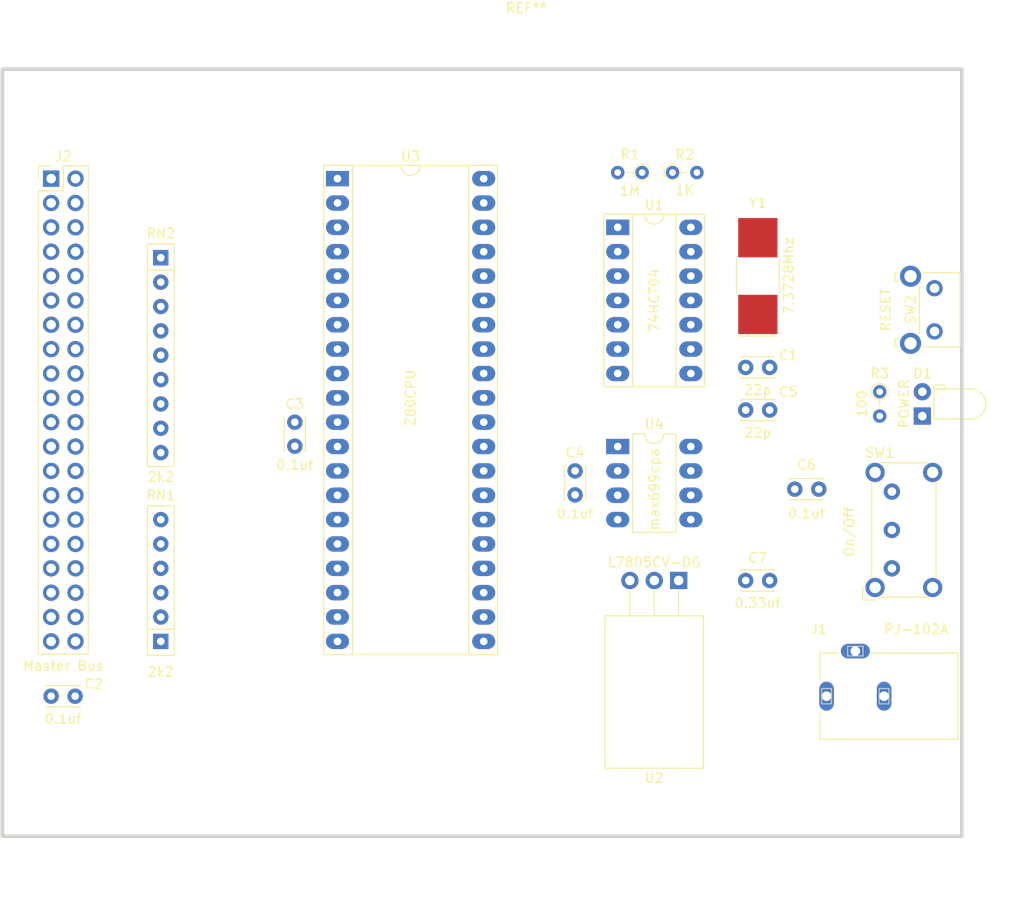
<source format=kicad_pcb>
(kicad_pcb (version 4) (host pcbnew 4.0.7)

  (general
    (links 89)
    (no_connects 89)
    (area 0 0 0 0)
    (thickness 1.6)
    (drawings 0)
    (tracks 0)
    (zones 0)
    (modules 23)
    (nets 56)
  )

  (page A4)
  (layers
    (0 Top signal)
    (31 Bottom signal)
    (33 F.Adhes user)
    (35 F.Paste user)
    (37 F.SilkS user)
    (39 F.Mask user)
    (40 Dwgs.User user)
    (41 Cmts.User user)
    (42 Eco1.User user)
    (43 Eco2.User user)
    (44 Edge.Cuts user)
    (45 Margin user)
    (47 F.CrtYd user)
    (49 F.Fab user)
  )

  (setup
    (last_trace_width 0.1524)
    (user_trace_width 1)
    (trace_clearance 0.1524)
    (zone_clearance 0.508)
    (zone_45_only no)
    (trace_min 0.1524)
    (segment_width 0.2)
    (edge_width 0.1)
    (via_size 0.6858)
    (via_drill 0.3302)
    (via_min_size 0.6858)
    (via_min_drill 0.3302)
    (uvia_size 0.6858)
    (uvia_drill 0.3302)
    (uvias_allowed no)
    (uvia_min_size 0)
    (uvia_min_drill 0)
    (pcb_text_width 0.3)
    (pcb_text_size 1.5 1.5)
    (mod_edge_width 0.15)
    (mod_text_size 1 1)
    (mod_text_width 0.15)
    (pad_size 1.5 1.5)
    (pad_drill 0.6)
    (pad_to_mask_clearance 0)
    (aux_axis_origin 0 0)
    (visible_elements FFFFF77F)
    (pcbplotparams
      (layerselection 0x00030_80000001)
      (usegerberextensions false)
      (excludeedgelayer true)
      (linewidth 0.100000)
      (plotframeref false)
      (viasonmask false)
      (mode 1)
      (useauxorigin false)
      (hpglpennumber 1)
      (hpglpenspeed 20)
      (hpglpendiameter 15)
      (hpglpenoverlay 2)
      (psnegative false)
      (psa4output false)
      (plotreference true)
      (plotvalue true)
      (plotinvisibletext false)
      (padsonsilk false)
      (subtractmaskfromsilk false)
      (outputformat 1)
      (mirror false)
      (drillshape 1)
      (scaleselection 1)
      (outputdirectory ""))
  )

  (net 0 "")
  (net 1 "Net-(C1-Pad1)")
  (net 2 GND)
  (net 3 VCC)
  (net 4 "Net-(D1-Pad2)")
  (net 5 /A15)
  (net 6 /A14)
  (net 7 /A13)
  (net 8 /A12)
  (net 9 /A11)
  (net 10 /A10)
  (net 11 /A9)
  (net 12 /A8)
  (net 13 /A7)
  (net 14 /A6)
  (net 15 /A5)
  (net 16 /A4)
  (net 17 /A3)
  (net 18 /A2)
  (net 19 /A1)
  (net 20 /A0)
  (net 21 /D0)
  (net 22 /D1)
  (net 23 /D2)
  (net 24 /D3)
  (net 25 /D4)
  (net 26 /D5)
  (net 27 /D6)
  (net 28 /D7)
  (net 29 ~INT)
  (net 30 CLK)
  (net 31 ~RESET)
  (net 32 ~RD)
  (net 33 ~WR)
  (net 34 ~M1)
  (net 35 ~MREQ)
  (net 36 ~IORQ)
  (net 37 ~WAIT)
  (net 38 "Net-(R1-Pad1)")
  (net 39 "Net-(C5-Pad1)")
  (net 40 "Net-(C6-Pad1)")
  (net 41 "Net-(C7-Pad1)")
  (net 42 "Net-(J1-Pad3)")
  (net 43 "Net-(RN1-Pad3)")
  (net 44 "Net-(RN1-Pad6)")
  (net 45 "Net-(SW1-Pad1)")
  (net 46 "Net-(U3-Pad23)")
  (net 47 "Net-(U3-Pad28)")
  (net 48 "Net-(U3-Pad18)")
  (net 49 "Net-(U4-Pad5)")
  (net 50 "Net-(U4-Pad6)")
  (net 51 "Net-(J2-Pad27)")
  (net 52 "Net-(J2-Pad29)")
  (net 53 "Net-(J2-Pad31)")
  (net 54 "Net-(J2-Pad35)")
  (net 55 "Net-(J2-Pad37)")

  (net_class Default "This is the default net class."
    (clearance 0.1524)
    (trace_width 0.1524)
    (via_dia 0.6858)
    (via_drill 0.3302)
    (uvia_dia 0.6858)
    (uvia_drill 0.3302)
    (add_net /A0)
    (add_net /A1)
    (add_net /A10)
    (add_net /A11)
    (add_net /A12)
    (add_net /A13)
    (add_net /A14)
    (add_net /A15)
    (add_net /A2)
    (add_net /A3)
    (add_net /A4)
    (add_net /A5)
    (add_net /A6)
    (add_net /A7)
    (add_net /A8)
    (add_net /A9)
    (add_net /D0)
    (add_net /D1)
    (add_net /D2)
    (add_net /D3)
    (add_net /D4)
    (add_net /D5)
    (add_net /D6)
    (add_net /D7)
    (add_net CLK)
    (add_net GND)
    (add_net "Net-(C1-Pad1)")
    (add_net "Net-(C5-Pad1)")
    (add_net "Net-(C6-Pad1)")
    (add_net "Net-(C7-Pad1)")
    (add_net "Net-(D1-Pad2)")
    (add_net "Net-(J1-Pad3)")
    (add_net "Net-(J2-Pad27)")
    (add_net "Net-(J2-Pad29)")
    (add_net "Net-(J2-Pad31)")
    (add_net "Net-(J2-Pad35)")
    (add_net "Net-(J2-Pad37)")
    (add_net "Net-(R1-Pad1)")
    (add_net "Net-(RN1-Pad3)")
    (add_net "Net-(RN1-Pad6)")
    (add_net "Net-(SW1-Pad1)")
    (add_net "Net-(U3-Pad18)")
    (add_net "Net-(U3-Pad23)")
    (add_net "Net-(U3-Pad28)")
    (add_net "Net-(U4-Pad5)")
    (add_net "Net-(U4-Pad6)")
    (add_net VCC)
    (add_net ~INT)
    (add_net ~IORQ)
    (add_net ~M1)
    (add_net ~MREQ)
    (add_net ~RD)
    (add_net ~RESET)
    (add_net ~WAIT)
    (add_net ~WR)
  )

  (module Capacitors_THT:C_Disc_D3.4mm_W2.1mm_P2.50mm (layer Top) (tedit 5B8D918A) (tstamp 5B8DEA48)
    (at 180.34 88.265)
    (descr "C, Disc series, Radial, pin pitch=2.50mm, , diameter*width=3.4*2.1mm^2, Capacitor, http://www.vishay.com/docs/45233/krseries.pdf")
    (tags "C Disc series Radial pin pitch 2.50mm  diameter 3.4mm width 2.1mm Capacitor")
    (path /5AF64863)
    (fp_text reference C1 (at 4.445 -1.27) (layer F.SilkS)
      (effects (font (size 1 1) (thickness 0.15)))
    )
    (fp_text value 22p (at 1.25 2.36) (layer F.SilkS)
      (effects (font (size 1 1) (thickness 0.15)))
    )
    (fp_line (start -0.45 -1.05) (end -0.45 1.05) (layer F.Fab) (width 0.1))
    (fp_line (start -0.45 1.05) (end 2.95 1.05) (layer F.Fab) (width 0.1))
    (fp_line (start 2.95 1.05) (end 2.95 -1.05) (layer F.Fab) (width 0.1))
    (fp_line (start 2.95 -1.05) (end -0.45 -1.05) (layer F.Fab) (width 0.1))
    (fp_line (start -0.51 -1.11) (end 3.01 -1.11) (layer F.SilkS) (width 0.12))
    (fp_line (start -0.51 1.11) (end 3.01 1.11) (layer F.SilkS) (width 0.12))
    (fp_line (start -0.51 -1.11) (end -0.51 -0.996) (layer F.SilkS) (width 0.12))
    (fp_line (start -0.51 0.996) (end -0.51 1.11) (layer F.SilkS) (width 0.12))
    (fp_line (start 3.01 -1.11) (end 3.01 -0.996) (layer F.SilkS) (width 0.12))
    (fp_line (start 3.01 0.996) (end 3.01 1.11) (layer F.SilkS) (width 0.12))
    (fp_line (start -1.05 -1.4) (end -1.05 1.4) (layer F.CrtYd) (width 0.05))
    (fp_line (start -1.05 1.4) (end 3.55 1.4) (layer F.CrtYd) (width 0.05))
    (fp_line (start 3.55 1.4) (end 3.55 -1.4) (layer F.CrtYd) (width 0.05))
    (fp_line (start 3.55 -1.4) (end -1.05 -1.4) (layer F.CrtYd) (width 0.05))
    (fp_text user %R (at 1.25 0) (layer F.Fab)
      (effects (font (size 1 1) (thickness 0.15)))
    )
    (pad 1 thru_hole circle (at 0 0) (size 1.6 1.6) (drill 0.8) (layers *.Cu *.Mask)
      (net 1 "Net-(C1-Pad1)"))
    (pad 2 thru_hole circle (at 2.5 0) (size 1.6 1.6) (drill 0.8) (layers *.Cu *.Mask)
      (net 2 GND))
    (model ${KISYS3DMOD}/Capacitors_THT.3dshapes/C_Disc_D3.4mm_W2.1mm_P2.50mm.wrl
      (at (xyz 0 0 0))
      (scale (xyz 1 1 1))
      (rotate (xyz 0 0 0))
    )
  )

  (module Capacitors_THT:C_Disc_D3.4mm_W2.1mm_P2.50mm (layer Top) (tedit 5B8D912D) (tstamp 5B8DEA5D)
    (at 107.95 122.555)
    (descr "C, Disc series, Radial, pin pitch=2.50mm, , diameter*width=3.4*2.1mm^2, Capacitor, http://www.vishay.com/docs/45233/krseries.pdf")
    (tags "C Disc series Radial pin pitch 2.50mm  diameter 3.4mm width 2.1mm Capacitor")
    (path /5B28C7AE)
    (fp_text reference C2 (at 4.445 -1.27) (layer F.SilkS)
      (effects (font (size 1 1) (thickness 0.15)))
    )
    (fp_text value 0.1uf (at 1.25 2.36) (layer F.SilkS)
      (effects (font (size 1 1) (thickness 0.15)))
    )
    (fp_line (start -0.45 -1.05) (end -0.45 1.05) (layer F.Fab) (width 0.1))
    (fp_line (start -0.45 1.05) (end 2.95 1.05) (layer F.Fab) (width 0.1))
    (fp_line (start 2.95 1.05) (end 2.95 -1.05) (layer F.Fab) (width 0.1))
    (fp_line (start 2.95 -1.05) (end -0.45 -1.05) (layer F.Fab) (width 0.1))
    (fp_line (start -0.51 -1.11) (end 3.01 -1.11) (layer F.SilkS) (width 0.12))
    (fp_line (start -0.51 1.11) (end 3.01 1.11) (layer F.SilkS) (width 0.12))
    (fp_line (start -0.51 -1.11) (end -0.51 -0.996) (layer F.SilkS) (width 0.12))
    (fp_line (start -0.51 0.996) (end -0.51 1.11) (layer F.SilkS) (width 0.12))
    (fp_line (start 3.01 -1.11) (end 3.01 -0.996) (layer F.SilkS) (width 0.12))
    (fp_line (start 3.01 0.996) (end 3.01 1.11) (layer F.SilkS) (width 0.12))
    (fp_line (start -1.05 -1.4) (end -1.05 1.4) (layer F.CrtYd) (width 0.05))
    (fp_line (start -1.05 1.4) (end 3.55 1.4) (layer F.CrtYd) (width 0.05))
    (fp_line (start 3.55 1.4) (end 3.55 -1.4) (layer F.CrtYd) (width 0.05))
    (fp_line (start 3.55 -1.4) (end -1.05 -1.4) (layer F.CrtYd) (width 0.05))
    (fp_text user %R (at 1.25 0) (layer F.Fab)
      (effects (font (size 1 1) (thickness 0.15)))
    )
    (pad 1 thru_hole circle (at 0 0) (size 1.6 1.6) (drill 0.8) (layers *.Cu *.Mask)
      (net 3 VCC))
    (pad 2 thru_hole circle (at 2.5 0) (size 1.6 1.6) (drill 0.8) (layers *.Cu *.Mask)
      (net 2 GND))
    (model ${KISYS3DMOD}/Capacitors_THT.3dshapes/C_Disc_D3.4mm_W2.1mm_P2.50mm.wrl
      (at (xyz 0 0 0))
      (scale (xyz 1 1 1))
      (rotate (xyz 0 0 0))
    )
  )

  (module Capacitors_THT:C_Disc_D3.4mm_W2.1mm_P2.50mm (layer Top) (tedit 5B8D9207) (tstamp 5B8DEA72)
    (at 133.35 93.98 270)
    (descr "C, Disc series, Radial, pin pitch=2.50mm, , diameter*width=3.4*2.1mm^2, Capacitor, http://www.vishay.com/docs/45233/krseries.pdf")
    (tags "C Disc series Radial pin pitch 2.50mm  diameter 3.4mm width 2.1mm Capacitor")
    (path /5B28C979)
    (fp_text reference C3 (at -1.905 0 360) (layer F.SilkS)
      (effects (font (size 1 1) (thickness 0.15)))
    )
    (fp_text value 0.1uf (at 4.445 0 360) (layer F.SilkS)
      (effects (font (size 1 1) (thickness 0.15)))
    )
    (fp_line (start -0.45 -1.05) (end -0.45 1.05) (layer F.Fab) (width 0.1))
    (fp_line (start -0.45 1.05) (end 2.95 1.05) (layer F.Fab) (width 0.1))
    (fp_line (start 2.95 1.05) (end 2.95 -1.05) (layer F.Fab) (width 0.1))
    (fp_line (start 2.95 -1.05) (end -0.45 -1.05) (layer F.Fab) (width 0.1))
    (fp_line (start -0.51 -1.11) (end 3.01 -1.11) (layer F.SilkS) (width 0.12))
    (fp_line (start -0.51 1.11) (end 3.01 1.11) (layer F.SilkS) (width 0.12))
    (fp_line (start -0.51 -1.11) (end -0.51 -0.996) (layer F.SilkS) (width 0.12))
    (fp_line (start -0.51 0.996) (end -0.51 1.11) (layer F.SilkS) (width 0.12))
    (fp_line (start 3.01 -1.11) (end 3.01 -0.996) (layer F.SilkS) (width 0.12))
    (fp_line (start 3.01 0.996) (end 3.01 1.11) (layer F.SilkS) (width 0.12))
    (fp_line (start -1.05 -1.4) (end -1.05 1.4) (layer F.CrtYd) (width 0.05))
    (fp_line (start -1.05 1.4) (end 3.55 1.4) (layer F.CrtYd) (width 0.05))
    (fp_line (start 3.55 1.4) (end 3.55 -1.4) (layer F.CrtYd) (width 0.05))
    (fp_line (start 3.55 -1.4) (end -1.05 -1.4) (layer F.CrtYd) (width 0.05))
    (fp_text user %R (at 1.25 0 270) (layer F.Fab)
      (effects (font (size 1 1) (thickness 0.15)))
    )
    (pad 1 thru_hole circle (at 0 0 270) (size 1.6 1.6) (drill 0.8) (layers *.Cu *.Mask)
      (net 3 VCC))
    (pad 2 thru_hole circle (at 2.5 0 270) (size 1.6 1.6) (drill 0.8) (layers *.Cu *.Mask)
      (net 2 GND))
    (model ${KISYS3DMOD}/Capacitors_THT.3dshapes/C_Disc_D3.4mm_W2.1mm_P2.50mm.wrl
      (at (xyz 0 0 0))
      (scale (xyz 1 1 1))
      (rotate (xyz 0 0 0))
    )
  )

  (module Capacitors_THT:C_Disc_D3.4mm_W2.1mm_P2.50mm (layer Top) (tedit 5B8D9264) (tstamp 5B8DEA87)
    (at 162.56 99.06 270)
    (descr "C, Disc series, Radial, pin pitch=2.50mm, , diameter*width=3.4*2.1mm^2, Capacitor, http://www.vishay.com/docs/45233/krseries.pdf")
    (tags "C Disc series Radial pin pitch 2.50mm  diameter 3.4mm width 2.1mm Capacitor")
    (path /5B28CA02)
    (fp_text reference C4 (at -1.905 0 360) (layer F.SilkS)
      (effects (font (size 1 1) (thickness 0.15)))
    )
    (fp_text value 0.1uf (at 4.445 0 360) (layer F.SilkS)
      (effects (font (size 1 1) (thickness 0.15)))
    )
    (fp_line (start -0.45 -1.05) (end -0.45 1.05) (layer F.Fab) (width 0.1))
    (fp_line (start -0.45 1.05) (end 2.95 1.05) (layer F.Fab) (width 0.1))
    (fp_line (start 2.95 1.05) (end 2.95 -1.05) (layer F.Fab) (width 0.1))
    (fp_line (start 2.95 -1.05) (end -0.45 -1.05) (layer F.Fab) (width 0.1))
    (fp_line (start -0.51 -1.11) (end 3.01 -1.11) (layer F.SilkS) (width 0.12))
    (fp_line (start -0.51 1.11) (end 3.01 1.11) (layer F.SilkS) (width 0.12))
    (fp_line (start -0.51 -1.11) (end -0.51 -0.996) (layer F.SilkS) (width 0.12))
    (fp_line (start -0.51 0.996) (end -0.51 1.11) (layer F.SilkS) (width 0.12))
    (fp_line (start 3.01 -1.11) (end 3.01 -0.996) (layer F.SilkS) (width 0.12))
    (fp_line (start 3.01 0.996) (end 3.01 1.11) (layer F.SilkS) (width 0.12))
    (fp_line (start -1.05 -1.4) (end -1.05 1.4) (layer F.CrtYd) (width 0.05))
    (fp_line (start -1.05 1.4) (end 3.55 1.4) (layer F.CrtYd) (width 0.05))
    (fp_line (start 3.55 1.4) (end 3.55 -1.4) (layer F.CrtYd) (width 0.05))
    (fp_line (start 3.55 -1.4) (end -1.05 -1.4) (layer F.CrtYd) (width 0.05))
    (fp_text user %R (at 1.25 0 270) (layer F.Fab)
      (effects (font (size 1 1) (thickness 0.15)))
    )
    (pad 1 thru_hole circle (at 0 0 270) (size 1.6 1.6) (drill 0.8) (layers *.Cu *.Mask)
      (net 3 VCC))
    (pad 2 thru_hole circle (at 2.5 0 270) (size 1.6 1.6) (drill 0.8) (layers *.Cu *.Mask)
      (net 2 GND))
    (model ${KISYS3DMOD}/Capacitors_THT.3dshapes/C_Disc_D3.4mm_W2.1mm_P2.50mm.wrl
      (at (xyz 0 0 0))
      (scale (xyz 1 1 1))
      (rotate (xyz 0 0 0))
    )
  )

  (module Capacitors_THT:C_Disc_D3.4mm_W2.1mm_P2.50mm (layer Top) (tedit 5B8D918E) (tstamp 5B8DEA9C)
    (at 180.34 92.71)
    (descr "C, Disc series, Radial, pin pitch=2.50mm, , diameter*width=3.4*2.1mm^2, Capacitor, http://www.vishay.com/docs/45233/krseries.pdf")
    (tags "C Disc series Radial pin pitch 2.50mm  diameter 3.4mm width 2.1mm Capacitor")
    (path /5AF647B9)
    (fp_text reference C5 (at 4.445 -1.905) (layer F.SilkS)
      (effects (font (size 1 1) (thickness 0.15)))
    )
    (fp_text value 22p (at 1.25 2.36) (layer F.SilkS)
      (effects (font (size 1 1) (thickness 0.15)))
    )
    (fp_line (start -0.45 -1.05) (end -0.45 1.05) (layer F.Fab) (width 0.1))
    (fp_line (start -0.45 1.05) (end 2.95 1.05) (layer F.Fab) (width 0.1))
    (fp_line (start 2.95 1.05) (end 2.95 -1.05) (layer F.Fab) (width 0.1))
    (fp_line (start 2.95 -1.05) (end -0.45 -1.05) (layer F.Fab) (width 0.1))
    (fp_line (start -0.51 -1.11) (end 3.01 -1.11) (layer F.SilkS) (width 0.12))
    (fp_line (start -0.51 1.11) (end 3.01 1.11) (layer F.SilkS) (width 0.12))
    (fp_line (start -0.51 -1.11) (end -0.51 -0.996) (layer F.SilkS) (width 0.12))
    (fp_line (start -0.51 0.996) (end -0.51 1.11) (layer F.SilkS) (width 0.12))
    (fp_line (start 3.01 -1.11) (end 3.01 -0.996) (layer F.SilkS) (width 0.12))
    (fp_line (start 3.01 0.996) (end 3.01 1.11) (layer F.SilkS) (width 0.12))
    (fp_line (start -1.05 -1.4) (end -1.05 1.4) (layer F.CrtYd) (width 0.05))
    (fp_line (start -1.05 1.4) (end 3.55 1.4) (layer F.CrtYd) (width 0.05))
    (fp_line (start 3.55 1.4) (end 3.55 -1.4) (layer F.CrtYd) (width 0.05))
    (fp_line (start 3.55 -1.4) (end -1.05 -1.4) (layer F.CrtYd) (width 0.05))
    (fp_text user %R (at 1.25 0) (layer F.Fab)
      (effects (font (size 1 1) (thickness 0.15)))
    )
    (pad 1 thru_hole circle (at 0 0) (size 1.6 1.6) (drill 0.8) (layers *.Cu *.Mask)
      (net 39 "Net-(C5-Pad1)"))
    (pad 2 thru_hole circle (at 2.5 0) (size 1.6 1.6) (drill 0.8) (layers *.Cu *.Mask)
      (net 2 GND))
    (model ${KISYS3DMOD}/Capacitors_THT.3dshapes/C_Disc_D3.4mm_W2.1mm_P2.50mm.wrl
      (at (xyz 0 0 0))
      (scale (xyz 1 1 1))
      (rotate (xyz 0 0 0))
    )
  )

  (module Capacitors_THT:C_Disc_D3.4mm_W2.1mm_P2.50mm (layer Top) (tedit 5B8D92AD) (tstamp 5B8DEAB1)
    (at 187.96 100.965 180)
    (descr "C, Disc series, Radial, pin pitch=2.50mm, , diameter*width=3.4*2.1mm^2, Capacitor, http://www.vishay.com/docs/45233/krseries.pdf")
    (tags "C Disc series Radial pin pitch 2.50mm  diameter 3.4mm width 2.1mm Capacitor")
    (path /5B7C3C39)
    (fp_text reference C6 (at 1.27 2.54 180) (layer F.SilkS)
      (effects (font (size 1 1) (thickness 0.15)))
    )
    (fp_text value 0.1uf (at 1.27 -2.54 180) (layer F.SilkS)
      (effects (font (size 1 1) (thickness 0.15)))
    )
    (fp_line (start -0.45 -1.05) (end -0.45 1.05) (layer F.Fab) (width 0.1))
    (fp_line (start -0.45 1.05) (end 2.95 1.05) (layer F.Fab) (width 0.1))
    (fp_line (start 2.95 1.05) (end 2.95 -1.05) (layer F.Fab) (width 0.1))
    (fp_line (start 2.95 -1.05) (end -0.45 -1.05) (layer F.Fab) (width 0.1))
    (fp_line (start -0.51 -1.11) (end 3.01 -1.11) (layer F.SilkS) (width 0.12))
    (fp_line (start -0.51 1.11) (end 3.01 1.11) (layer F.SilkS) (width 0.12))
    (fp_line (start -0.51 -1.11) (end -0.51 -0.996) (layer F.SilkS) (width 0.12))
    (fp_line (start -0.51 0.996) (end -0.51 1.11) (layer F.SilkS) (width 0.12))
    (fp_line (start 3.01 -1.11) (end 3.01 -0.996) (layer F.SilkS) (width 0.12))
    (fp_line (start 3.01 0.996) (end 3.01 1.11) (layer F.SilkS) (width 0.12))
    (fp_line (start -1.05 -1.4) (end -1.05 1.4) (layer F.CrtYd) (width 0.05))
    (fp_line (start -1.05 1.4) (end 3.55 1.4) (layer F.CrtYd) (width 0.05))
    (fp_line (start 3.55 1.4) (end 3.55 -1.4) (layer F.CrtYd) (width 0.05))
    (fp_line (start 3.55 -1.4) (end -1.05 -1.4) (layer F.CrtYd) (width 0.05))
    (fp_text user %R (at 1.25 0 180) (layer F.Fab)
      (effects (font (size 1 1) (thickness 0.15)))
    )
    (pad 1 thru_hole circle (at 0 0 180) (size 1.6 1.6) (drill 0.8) (layers *.Cu *.Mask)
      (net 40 "Net-(C6-Pad1)"))
    (pad 2 thru_hole circle (at 2.5 0 180) (size 1.6 1.6) (drill 0.8) (layers *.Cu *.Mask)
      (net 2 GND))
    (model ${KISYS3DMOD}/Capacitors_THT.3dshapes/C_Disc_D3.4mm_W2.1mm_P2.50mm.wrl
      (at (xyz 0 0 0))
      (scale (xyz 1 1 1))
      (rotate (xyz 0 0 0))
    )
  )

  (module Capacitors_THT:C_Disc_D3.4mm_W2.1mm_P2.50mm (layer Top) (tedit 5B8D92DD) (tstamp 5B8DEAC6)
    (at 180.34 110.49)
    (descr "C, Disc series, Radial, pin pitch=2.50mm, , diameter*width=3.4*2.1mm^2, Capacitor, http://www.vishay.com/docs/45233/krseries.pdf")
    (tags "C Disc series Radial pin pitch 2.50mm  diameter 3.4mm width 2.1mm Capacitor")
    (path /5B7C425D)
    (fp_text reference C7 (at 1.25 -2.36) (layer F.SilkS)
      (effects (font (size 1 1) (thickness 0.15)))
    )
    (fp_text value 0.33uf (at 1.25 2.36) (layer F.SilkS)
      (effects (font (size 1 1) (thickness 0.15)))
    )
    (fp_line (start -0.45 -1.05) (end -0.45 1.05) (layer F.Fab) (width 0.1))
    (fp_line (start -0.45 1.05) (end 2.95 1.05) (layer F.Fab) (width 0.1))
    (fp_line (start 2.95 1.05) (end 2.95 -1.05) (layer F.Fab) (width 0.1))
    (fp_line (start 2.95 -1.05) (end -0.45 -1.05) (layer F.Fab) (width 0.1))
    (fp_line (start -0.51 -1.11) (end 3.01 -1.11) (layer F.SilkS) (width 0.12))
    (fp_line (start -0.51 1.11) (end 3.01 1.11) (layer F.SilkS) (width 0.12))
    (fp_line (start -0.51 -1.11) (end -0.51 -0.996) (layer F.SilkS) (width 0.12))
    (fp_line (start -0.51 0.996) (end -0.51 1.11) (layer F.SilkS) (width 0.12))
    (fp_line (start 3.01 -1.11) (end 3.01 -0.996) (layer F.SilkS) (width 0.12))
    (fp_line (start 3.01 0.996) (end 3.01 1.11) (layer F.SilkS) (width 0.12))
    (fp_line (start -1.05 -1.4) (end -1.05 1.4) (layer F.CrtYd) (width 0.05))
    (fp_line (start -1.05 1.4) (end 3.55 1.4) (layer F.CrtYd) (width 0.05))
    (fp_line (start 3.55 1.4) (end 3.55 -1.4) (layer F.CrtYd) (width 0.05))
    (fp_line (start 3.55 -1.4) (end -1.05 -1.4) (layer F.CrtYd) (width 0.05))
    (fp_text user %R (at 1.25 0) (layer F.Fab)
      (effects (font (size 1 1) (thickness 0.15)))
    )
    (pad 1 thru_hole circle (at 0 0) (size 1.6 1.6) (drill 0.8) (layers *.Cu *.Mask)
      (net 41 "Net-(C7-Pad1)"))
    (pad 2 thru_hole circle (at 2.5 0) (size 1.6 1.6) (drill 0.8) (layers *.Cu *.Mask)
      (net 2 GND))
    (model ${KISYS3DMOD}/Capacitors_THT.3dshapes/C_Disc_D3.4mm_W2.1mm_P2.50mm.wrl
      (at (xyz 0 0 0))
      (scale (xyz 1 1 1))
      (rotate (xyz 0 0 0))
    )
  )

  (module LEDs:LED_D3.0mm_Horizontal_O1.27mm_Z2.0mm (layer Top) (tedit 5B8D8E4F) (tstamp 5B8DEAF0)
    (at 198.755 93.345 90)
    (descr "LED, diameter 3.0mm z-position of LED center 2.0mm, 2 pins")
    (tags "LED diameter 3.0mm z-position of LED center 2.0mm 2 pins")
    (path /5B79A87E)
    (fp_text reference D1 (at 4.445 0 180) (layer F.SilkS)
      (effects (font (size 1 1) (thickness 0.15)))
    )
    (fp_text value POWER (at 1.27 -1.905 90) (layer F.SilkS)
      (effects (font (size 1 1) (thickness 0.15)))
    )
    (fp_arc (start 1.27 5.07) (end -0.23 5.07) (angle -180) (layer F.Fab) (width 0.1))
    (fp_arc (start 1.27 5.07) (end -0.29 5.07) (angle -180) (layer F.SilkS) (width 0.12))
    (fp_line (start -0.23 1.27) (end -0.23 5.07) (layer F.Fab) (width 0.1))
    (fp_line (start 2.77 1.27) (end 2.77 5.07) (layer F.Fab) (width 0.1))
    (fp_line (start -0.23 1.27) (end 2.77 1.27) (layer F.Fab) (width 0.1))
    (fp_line (start 3.17 1.27) (end 3.17 2.27) (layer F.Fab) (width 0.1))
    (fp_line (start 3.17 2.27) (end 2.77 2.27) (layer F.Fab) (width 0.1))
    (fp_line (start 2.77 2.27) (end 2.77 1.27) (layer F.Fab) (width 0.1))
    (fp_line (start 2.77 1.27) (end 3.17 1.27) (layer F.Fab) (width 0.1))
    (fp_line (start 0 0) (end 0 1.27) (layer F.Fab) (width 0.1))
    (fp_line (start 0 1.27) (end 0 1.27) (layer F.Fab) (width 0.1))
    (fp_line (start 0 1.27) (end 0 0) (layer F.Fab) (width 0.1))
    (fp_line (start 0 0) (end 0 0) (layer F.Fab) (width 0.1))
    (fp_line (start 2.54 0) (end 2.54 1.27) (layer F.Fab) (width 0.1))
    (fp_line (start 2.54 1.27) (end 2.54 1.27) (layer F.Fab) (width 0.1))
    (fp_line (start 2.54 1.27) (end 2.54 0) (layer F.Fab) (width 0.1))
    (fp_line (start 2.54 0) (end 2.54 0) (layer F.Fab) (width 0.1))
    (fp_line (start -0.29 1.21) (end -0.29 5.07) (layer F.SilkS) (width 0.12))
    (fp_line (start 2.83 1.21) (end 2.83 5.07) (layer F.SilkS) (width 0.12))
    (fp_line (start -0.29 1.21) (end 2.83 1.21) (layer F.SilkS) (width 0.12))
    (fp_line (start 3.23 1.21) (end 3.23 2.33) (layer F.SilkS) (width 0.12))
    (fp_line (start 3.23 2.33) (end 2.83 2.33) (layer F.SilkS) (width 0.12))
    (fp_line (start 2.83 2.33) (end 2.83 1.21) (layer F.SilkS) (width 0.12))
    (fp_line (start 2.83 1.21) (end 3.23 1.21) (layer F.SilkS) (width 0.12))
    (fp_line (start 0 1.08) (end 0 1.21) (layer F.SilkS) (width 0.12))
    (fp_line (start 0 1.21) (end 0 1.21) (layer F.SilkS) (width 0.12))
    (fp_line (start 0 1.21) (end 0 1.08) (layer F.SilkS) (width 0.12))
    (fp_line (start 0 1.08) (end 0 1.08) (layer F.SilkS) (width 0.12))
    (fp_line (start 2.54 1.08) (end 2.54 1.21) (layer F.SilkS) (width 0.12))
    (fp_line (start 2.54 1.21) (end 2.54 1.21) (layer F.SilkS) (width 0.12))
    (fp_line (start 2.54 1.21) (end 2.54 1.08) (layer F.SilkS) (width 0.12))
    (fp_line (start 2.54 1.08) (end 2.54 1.08) (layer F.SilkS) (width 0.12))
    (fp_line (start -1.25 -1.25) (end -1.25 6.9) (layer F.CrtYd) (width 0.05))
    (fp_line (start -1.25 6.9) (end 3.75 6.9) (layer F.CrtYd) (width 0.05))
    (fp_line (start 3.75 6.9) (end 3.75 -1.25) (layer F.CrtYd) (width 0.05))
    (fp_line (start 3.75 -1.25) (end -1.25 -1.25) (layer F.CrtYd) (width 0.05))
    (pad 1 thru_hole rect (at 0 0 90) (size 1.8 1.8) (drill 0.9) (layers *.Cu *.Mask)
      (net 2 GND))
    (pad 2 thru_hole circle (at 2.54 0 90) (size 1.8 1.8) (drill 0.9) (layers *.Cu *.Mask)
      (net 4 "Net-(D1-Pad2)"))
    (model ${KISYS3DMOD}/LEDs.3dshapes/LED_D3.0mm_Horizontal_O1.27mm_Z2.0mm.wrl
      (at (xyz 0 0 0))
      (scale (xyz 0.393701 0.393701 0.393701))
      (rotate (xyz 0 0 0))
    )
  )

  (module PJ-102A:CUI_PJ-102A (layer Top) (tedit 5B8D8DB9) (tstamp 5B8DEB11)
    (at 191.77 122.555 270)
    (path /5B7C647A)
    (fp_text reference J1 (at -6.985 3.81 360) (layer F.SilkS)
      (effects (font (size 1 1) (thickness 0.15)))
    )
    (fp_text value PJ-102A (at -6.985 -6.35 360) (layer F.SilkS)
      (effects (font (size 1 1) (thickness 0.15)))
    )
    (fp_line (start -4.5 3.7) (end 4.5 3.7) (layer Dwgs.User) (width 0.127))
    (fp_line (start -4.5 3.7) (end -4.5 -10.7) (layer Dwgs.User) (width 0.127))
    (fp_line (start 4.5 3.7) (end 4.5 -10.7) (layer Dwgs.User) (width 0.127))
    (fp_line (start -4.5 -10.7) (end 4.5 -10.7) (layer Dwgs.User) (width 0.127))
    (fp_line (start -5.2 -0.8) (end -4.2 -0.8) (layer Edge.Cuts) (width 0))
    (fp_line (start -4.2 -0.8) (end -4.2 0.8) (layer Edge.Cuts) (width 0))
    (fp_line (start -4.2 0.8) (end -5.2 0.8) (layer Edge.Cuts) (width 0))
    (fp_line (start -5.2 0.8) (end -5.2 -0.8) (layer Edge.Cuts) (width 0))
    (fp_line (start -0.8 -2.5) (end -0.8 -3.5) (layer Edge.Cuts) (width 0))
    (fp_line (start -0.8 -3.5) (end 0.8 -3.5) (layer Edge.Cuts) (width 0))
    (fp_line (start 0.8 -3.5) (end 0.8 -2.5) (layer Edge.Cuts) (width 0))
    (fp_line (start 0.8 -2.5) (end -0.8 -2.5) (layer Edge.Cuts) (width 0))
    (fp_line (start -0.8 3.5) (end -0.8 2.5) (layer Edge.Cuts) (width 0))
    (fp_line (start -0.8 2.5) (end 0.8 2.5) (layer Edge.Cuts) (width 0))
    (fp_line (start 0.8 2.5) (end 0.8 3.5) (layer Edge.Cuts) (width 0))
    (fp_line (start 0.8 3.5) (end -0.8 3.5) (layer Edge.Cuts) (width 0))
    (fp_line (start -6 -11) (end -6 4.5) (layer Eco1.User) (width 0.05))
    (fp_line (start -6 4.5) (end 4.75 4.5) (layer Eco1.User) (width 0.05))
    (fp_line (start 4.75 4.5) (end 4.75 -11) (layer Eco1.User) (width 0.05))
    (fp_line (start 4.75 -11) (end -6 -11) (layer Eco1.User) (width 0.05))
    (fp_line (start -4.5 -10.7) (end 4.5 -10.7) (layer F.SilkS) (width 0.127))
    (fp_line (start -4.5 -10.7) (end -4.5 -1.7) (layer F.SilkS) (width 0.127))
    (fp_line (start 4.5 -10.7) (end 4.5 3.7) (layer F.SilkS) (width 0.127))
    (fp_line (start 4.5 3.7) (end 1.75 3.7) (layer F.SilkS) (width 0.127))
    (fp_line (start -4.5 1.75) (end -4.5 3.7) (layer F.SilkS) (width 0.127))
    (fp_line (start -4.5 3.7) (end -1.75 3.7) (layer F.SilkS) (width 0.127))
    (pad 2 thru_hole oval (at 0 -3 270) (size 3.016 1.508) (drill 1) (layers *.Cu *.Mask)
      (net 2 GND))
    (pad 1 thru_hole oval (at 0 3 270) (size 3.016 1.508) (drill 1) (layers *.Cu *.Mask)
      (net 41 "Net-(C7-Pad1)"))
    (pad 3 thru_hole oval (at -4.7 0) (size 3.016 1.508) (drill 1) (layers *.Cu *.Mask)
      (net 42 "Net-(J1-Pad3)"))
  )

  (module Pin_Headers:Pin_Header_Straight_2x20_Pitch2.54mm (layer Top) (tedit 5B8D9137) (tstamp 5B8DEB4F)
    (at 107.95 68.58)
    (descr "Through hole straight pin header, 2x20, 2.54mm pitch, double rows")
    (tags "Through hole pin header THT 2x20 2.54mm double row")
    (path /5B7C2178)
    (fp_text reference J2 (at 1.27 -2.33) (layer F.SilkS)
      (effects (font (size 1 1) (thickness 0.15)))
    )
    (fp_text value "Master Bus" (at 1.27 50.8) (layer F.SilkS)
      (effects (font (size 1 1) (thickness 0.15)))
    )
    (fp_line (start 0 -1.27) (end 3.81 -1.27) (layer F.Fab) (width 0.1))
    (fp_line (start 3.81 -1.27) (end 3.81 49.53) (layer F.Fab) (width 0.1))
    (fp_line (start 3.81 49.53) (end -1.27 49.53) (layer F.Fab) (width 0.1))
    (fp_line (start -1.27 49.53) (end -1.27 0) (layer F.Fab) (width 0.1))
    (fp_line (start -1.27 0) (end 0 -1.27) (layer F.Fab) (width 0.1))
    (fp_line (start -1.33 49.59) (end 3.87 49.59) (layer F.SilkS) (width 0.12))
    (fp_line (start -1.33 1.27) (end -1.33 49.59) (layer F.SilkS) (width 0.12))
    (fp_line (start 3.87 -1.33) (end 3.87 49.59) (layer F.SilkS) (width 0.12))
    (fp_line (start -1.33 1.27) (end 1.27 1.27) (layer F.SilkS) (width 0.12))
    (fp_line (start 1.27 1.27) (end 1.27 -1.33) (layer F.SilkS) (width 0.12))
    (fp_line (start 1.27 -1.33) (end 3.87 -1.33) (layer F.SilkS) (width 0.12))
    (fp_line (start -1.33 0) (end -1.33 -1.33) (layer F.SilkS) (width 0.12))
    (fp_line (start -1.33 -1.33) (end 0 -1.33) (layer F.SilkS) (width 0.12))
    (fp_line (start -1.8 -1.8) (end -1.8 50.05) (layer F.CrtYd) (width 0.05))
    (fp_line (start -1.8 50.05) (end 4.35 50.05) (layer F.CrtYd) (width 0.05))
    (fp_line (start 4.35 50.05) (end 4.35 -1.8) (layer F.CrtYd) (width 0.05))
    (fp_line (start 4.35 -1.8) (end -1.8 -1.8) (layer F.CrtYd) (width 0.05))
    (fp_text user %R (at 1.27 24.13 90) (layer F.Fab)
      (effects (font (size 1 1) (thickness 0.15)))
    )
    (pad 1 thru_hole rect (at 0 0) (size 1.7 1.7) (drill 1) (layers *.Cu *.Mask)
      (net 5 /A15))
    (pad 2 thru_hole oval (at 2.54 0) (size 1.7 1.7) (drill 1) (layers *.Cu *.Mask)
      (net 6 /A14))
    (pad 3 thru_hole oval (at 0 2.54) (size 1.7 1.7) (drill 1) (layers *.Cu *.Mask)
      (net 7 /A13))
    (pad 4 thru_hole oval (at 2.54 2.54) (size 1.7 1.7) (drill 1) (layers *.Cu *.Mask)
      (net 8 /A12))
    (pad 5 thru_hole oval (at 0 5.08) (size 1.7 1.7) (drill 1) (layers *.Cu *.Mask)
      (net 9 /A11))
    (pad 6 thru_hole oval (at 2.54 5.08) (size 1.7 1.7) (drill 1) (layers *.Cu *.Mask)
      (net 10 /A10))
    (pad 7 thru_hole oval (at 0 7.62) (size 1.7 1.7) (drill 1) (layers *.Cu *.Mask)
      (net 11 /A9))
    (pad 8 thru_hole oval (at 2.54 7.62) (size 1.7 1.7) (drill 1) (layers *.Cu *.Mask)
      (net 12 /A8))
    (pad 9 thru_hole oval (at 0 10.16) (size 1.7 1.7) (drill 1) (layers *.Cu *.Mask)
      (net 13 /A7))
    (pad 10 thru_hole oval (at 2.54 10.16) (size 1.7 1.7) (drill 1) (layers *.Cu *.Mask)
      (net 14 /A6))
    (pad 11 thru_hole oval (at 0 12.7) (size 1.7 1.7) (drill 1) (layers *.Cu *.Mask)
      (net 15 /A5))
    (pad 12 thru_hole oval (at 2.54 12.7) (size 1.7 1.7) (drill 1) (layers *.Cu *.Mask)
      (net 16 /A4))
    (pad 13 thru_hole oval (at 0 15.24) (size 1.7 1.7) (drill 1) (layers *.Cu *.Mask)
      (net 17 /A3))
    (pad 14 thru_hole oval (at 2.54 15.24) (size 1.7 1.7) (drill 1) (layers *.Cu *.Mask)
      (net 18 /A2))
    (pad 15 thru_hole oval (at 0 17.78) (size 1.7 1.7) (drill 1) (layers *.Cu *.Mask)
      (net 19 /A1))
    (pad 16 thru_hole oval (at 2.54 17.78) (size 1.7 1.7) (drill 1) (layers *.Cu *.Mask)
      (net 20 /A0))
    (pad 17 thru_hole oval (at 0 20.32) (size 1.7 1.7) (drill 1) (layers *.Cu *.Mask)
      (net 21 /D0))
    (pad 18 thru_hole oval (at 2.54 20.32) (size 1.7 1.7) (drill 1) (layers *.Cu *.Mask)
      (net 22 /D1))
    (pad 19 thru_hole oval (at 0 22.86) (size 1.7 1.7) (drill 1) (layers *.Cu *.Mask)
      (net 23 /D2))
    (pad 20 thru_hole oval (at 2.54 22.86) (size 1.7 1.7) (drill 1) (layers *.Cu *.Mask)
      (net 24 /D3))
    (pad 21 thru_hole oval (at 0 25.4) (size 1.7 1.7) (drill 1) (layers *.Cu *.Mask)
      (net 25 /D4))
    (pad 22 thru_hole oval (at 2.54 25.4) (size 1.7 1.7) (drill 1) (layers *.Cu *.Mask)
      (net 26 /D5))
    (pad 23 thru_hole oval (at 0 27.94) (size 1.7 1.7) (drill 1) (layers *.Cu *.Mask)
      (net 27 /D6))
    (pad 24 thru_hole oval (at 2.54 27.94) (size 1.7 1.7) (drill 1) (layers *.Cu *.Mask)
      (net 28 /D7))
    (pad 25 thru_hole oval (at 0 30.48) (size 1.7 1.7) (drill 1) (layers *.Cu *.Mask)
      (net 29 ~INT))
    (pad 26 thru_hole oval (at 2.54 30.48) (size 1.7 1.7) (drill 1) (layers *.Cu *.Mask)
      (net 30 CLK))
    (pad 27 thru_hole oval (at 0 33.02) (size 1.7 1.7) (drill 1) (layers *.Cu *.Mask)
      (net 51 "Net-(J2-Pad27)"))
    (pad 28 thru_hole oval (at 2.54 33.02) (size 1.7 1.7) (drill 1) (layers *.Cu *.Mask)
      (net 31 ~RESET))
    (pad 29 thru_hole oval (at 0 35.56) (size 1.7 1.7) (drill 1) (layers *.Cu *.Mask)
      (net 52 "Net-(J2-Pad29)"))
    (pad 30 thru_hole oval (at 2.54 35.56) (size 1.7 1.7) (drill 1) (layers *.Cu *.Mask)
      (net 32 ~RD))
    (pad 31 thru_hole oval (at 0 38.1) (size 1.7 1.7) (drill 1) (layers *.Cu *.Mask)
      (net 53 "Net-(J2-Pad31)"))
    (pad 32 thru_hole oval (at 2.54 38.1) (size 1.7 1.7) (drill 1) (layers *.Cu *.Mask)
      (net 33 ~WR))
    (pad 33 thru_hole oval (at 0 40.64) (size 1.7 1.7) (drill 1) (layers *.Cu *.Mask)
      (net 34 ~M1))
    (pad 34 thru_hole oval (at 2.54 40.64) (size 1.7 1.7) (drill 1) (layers *.Cu *.Mask)
      (net 35 ~MREQ))
    (pad 35 thru_hole oval (at 0 43.18) (size 1.7 1.7) (drill 1) (layers *.Cu *.Mask)
      (net 54 "Net-(J2-Pad35)"))
    (pad 36 thru_hole oval (at 2.54 43.18) (size 1.7 1.7) (drill 1) (layers *.Cu *.Mask)
      (net 36 ~IORQ))
    (pad 37 thru_hole oval (at 0 45.72) (size 1.7 1.7) (drill 1) (layers *.Cu *.Mask)
      (net 55 "Net-(J2-Pad37)"))
    (pad 38 thru_hole oval (at 2.54 45.72) (size 1.7 1.7) (drill 1) (layers *.Cu *.Mask)
      (net 37 ~WAIT))
    (pad 39 thru_hole oval (at 0 48.26) (size 1.7 1.7) (drill 1) (layers *.Cu *.Mask)
      (net 3 VCC))
    (pad 40 thru_hole oval (at 2.54 48.26) (size 1.7 1.7) (drill 1) (layers *.Cu *.Mask)
      (net 2 GND))
    (model ${KISYS3DMOD}/Pin_Headers.3dshapes/Pin_Header_Straight_2x20_Pitch2.54mm.wrl
      (at (xyz 0 0 0))
      (scale (xyz 1 1 1))
      (rotate (xyz 0 0 0))
    )
  )

  (module Resistors_THT:R_Axial_DIN0204_L3.6mm_D1.6mm_P2.54mm_Vertical (layer Top) (tedit 5B8D907B) (tstamp 5B8DEB5D)
    (at 169.545 67.945 180)
    (descr "Resistor, Axial_DIN0204 series, Axial, Vertical, pin pitch=2.54mm, 0.16666666666666666W = 1/6W, length*diameter=3.6*1.6mm^2, http://cdn-reichelt.de/documents/datenblatt/B400/1_4W%23YAG.pdf")
    (tags "Resistor Axial_DIN0204 series Axial Vertical pin pitch 2.54mm 0.16666666666666666W = 1/6W length 3.6mm diameter 1.6mm")
    (path /5AF6B467)
    (fp_text reference R1 (at 1.27 1.905 180) (layer F.SilkS)
      (effects (font (size 1 1) (thickness 0.15)))
    )
    (fp_text value 1M (at 1.27 -1.905 180) (layer F.SilkS)
      (effects (font (size 1 1) (thickness 0.15)))
    )
    (fp_circle (center 0 0) (end 0.8 0) (layer F.Fab) (width 0.1))
    (fp_circle (center 0 0) (end 0.86 0) (layer F.SilkS) (width 0.12))
    (fp_line (start 0 0) (end 2.54 0) (layer F.Fab) (width 0.1))
    (fp_line (start 0.86 0) (end 1.54 0) (layer F.SilkS) (width 0.12))
    (fp_line (start -1.15 -1.15) (end -1.15 1.15) (layer F.CrtYd) (width 0.05))
    (fp_line (start -1.15 1.15) (end 3.55 1.15) (layer F.CrtYd) (width 0.05))
    (fp_line (start 3.55 1.15) (end 3.55 -1.15) (layer F.CrtYd) (width 0.05))
    (fp_line (start 3.55 -1.15) (end -1.15 -1.15) (layer F.CrtYd) (width 0.05))
    (pad 1 thru_hole circle (at 0 0 180) (size 1.4 1.4) (drill 0.7) (layers *.Cu *.Mask)
      (net 38 "Net-(R1-Pad1)"))
    (pad 2 thru_hole oval (at 2.54 0 180) (size 1.4 1.4) (drill 0.7) (layers *.Cu *.Mask)
      (net 1 "Net-(C1-Pad1)"))
    (model ${KISYS3DMOD}/Resistors_THT.3dshapes/R_Axial_DIN0204_L3.6mm_D1.6mm_P2.54mm_Vertical.wrl
      (at (xyz 0 0 0))
      (scale (xyz 0.393701 0.393701 0.393701))
      (rotate (xyz 0 0 0))
    )
  )

  (module Resistors_THT:R_Axial_DIN0204_L3.6mm_D1.6mm_P2.54mm_Vertical (layer Top) (tedit 5B8D907F) (tstamp 5B8DEB6B)
    (at 172.72 67.945)
    (descr "Resistor, Axial_DIN0204 series, Axial, Vertical, pin pitch=2.54mm, 0.16666666666666666W = 1/6W, length*diameter=3.6*1.6mm^2, http://cdn-reichelt.de/documents/datenblatt/B400/1_4W%23YAG.pdf")
    (tags "Resistor Axial_DIN0204 series Axial Vertical pin pitch 2.54mm 0.16666666666666666W = 1/6W length 3.6mm diameter 1.6mm")
    (path /5AF6B539)
    (fp_text reference R2 (at 1.27 -1.86) (layer F.SilkS)
      (effects (font (size 1 1) (thickness 0.15)))
    )
    (fp_text value 1K (at 1.27 1.86) (layer F.SilkS)
      (effects (font (size 1 1) (thickness 0.15)))
    )
    (fp_circle (center 0 0) (end 0.8 0) (layer F.Fab) (width 0.1))
    (fp_circle (center 0 0) (end 0.86 0) (layer F.SilkS) (width 0.12))
    (fp_line (start 0 0) (end 2.54 0) (layer F.Fab) (width 0.1))
    (fp_line (start 0.86 0) (end 1.54 0) (layer F.SilkS) (width 0.12))
    (fp_line (start -1.15 -1.15) (end -1.15 1.15) (layer F.CrtYd) (width 0.05))
    (fp_line (start -1.15 1.15) (end 3.55 1.15) (layer F.CrtYd) (width 0.05))
    (fp_line (start 3.55 1.15) (end 3.55 -1.15) (layer F.CrtYd) (width 0.05))
    (fp_line (start 3.55 -1.15) (end -1.15 -1.15) (layer F.CrtYd) (width 0.05))
    (pad 1 thru_hole circle (at 0 0) (size 1.4 1.4) (drill 0.7) (layers *.Cu *.Mask)
      (net 38 "Net-(R1-Pad1)"))
    (pad 2 thru_hole oval (at 2.54 0) (size 1.4 1.4) (drill 0.7) (layers *.Cu *.Mask)
      (net 39 "Net-(C5-Pad1)"))
    (model ${KISYS3DMOD}/Resistors_THT.3dshapes/R_Axial_DIN0204_L3.6mm_D1.6mm_P2.54mm_Vertical.wrl
      (at (xyz 0 0 0))
      (scale (xyz 0.393701 0.393701 0.393701))
      (rotate (xyz 0 0 0))
    )
  )

  (module Resistors_THT:R_Axial_DIN0204_L3.6mm_D1.6mm_P2.54mm_Vertical (layer Top) (tedit 5B8D8F45) (tstamp 5B8DEB79)
    (at 194.31 90.805 270)
    (descr "Resistor, Axial_DIN0204 series, Axial, Vertical, pin pitch=2.54mm, 0.16666666666666666W = 1/6W, length*diameter=3.6*1.6mm^2, http://cdn-reichelt.de/documents/datenblatt/B400/1_4W%23YAG.pdf")
    (tags "Resistor Axial_DIN0204 series Axial Vertical pin pitch 2.54mm 0.16666666666666666W = 1/6W length 3.6mm diameter 1.6mm")
    (path /5B79AD11)
    (fp_text reference R3 (at -1.905 0 360) (layer F.SilkS)
      (effects (font (size 1 1) (thickness 0.15)))
    )
    (fp_text value 100 (at 1.27 1.86 270) (layer F.SilkS)
      (effects (font (size 1 1) (thickness 0.15)))
    )
    (fp_circle (center 0 0) (end 0.8 0) (layer F.Fab) (width 0.1))
    (fp_circle (center 0 0) (end 0.86 0) (layer F.SilkS) (width 0.12))
    (fp_line (start 0 0) (end 2.54 0) (layer F.Fab) (width 0.1))
    (fp_line (start 0.86 0) (end 1.54 0) (layer F.SilkS) (width 0.12))
    (fp_line (start -1.15 -1.15) (end -1.15 1.15) (layer F.CrtYd) (width 0.05))
    (fp_line (start -1.15 1.15) (end 3.55 1.15) (layer F.CrtYd) (width 0.05))
    (fp_line (start 3.55 1.15) (end 3.55 -1.15) (layer F.CrtYd) (width 0.05))
    (fp_line (start 3.55 -1.15) (end -1.15 -1.15) (layer F.CrtYd) (width 0.05))
    (pad 1 thru_hole circle (at 0 0 270) (size 1.4 1.4) (drill 0.7) (layers *.Cu *.Mask)
      (net 4 "Net-(D1-Pad2)"))
    (pad 2 thru_hole oval (at 2.54 0 270) (size 1.4 1.4) (drill 0.7) (layers *.Cu *.Mask)
      (net 3 VCC))
    (model ${KISYS3DMOD}/Resistors_THT.3dshapes/R_Axial_DIN0204_L3.6mm_D1.6mm_P2.54mm_Vertical.wrl
      (at (xyz 0 0 0))
      (scale (xyz 0.393701 0.393701 0.393701))
      (rotate (xyz 0 0 0))
    )
  )

  (module Resistors_THT:R_Array_SIP6 (layer Top) (tedit 5B8D9212) (tstamp 5B8DEB91)
    (at 119.38 116.84 90)
    (descr "6-pin Resistor SIP pack")
    (tags R)
    (path /5B8DF0B8)
    (fp_text reference RN1 (at 15.24 0 180) (layer F.SilkS)
      (effects (font (size 1 1) (thickness 0.15)))
    )
    (fp_text value 2k2 (at -3.175 0 180) (layer F.SilkS)
      (effects (font (size 1 1) (thickness 0.15)))
    )
    (fp_line (start -1.29 -1.25) (end -1.29 1.25) (layer F.Fab) (width 0.1))
    (fp_line (start -1.29 1.25) (end 13.99 1.25) (layer F.Fab) (width 0.1))
    (fp_line (start 13.99 1.25) (end 13.99 -1.25) (layer F.Fab) (width 0.1))
    (fp_line (start 13.99 -1.25) (end -1.29 -1.25) (layer F.Fab) (width 0.1))
    (fp_line (start 1.27 -1.25) (end 1.27 1.25) (layer F.Fab) (width 0.1))
    (fp_line (start -1.44 -1.4) (end -1.44 1.4) (layer F.SilkS) (width 0.12))
    (fp_line (start -1.44 1.4) (end 14.14 1.4) (layer F.SilkS) (width 0.12))
    (fp_line (start 14.14 1.4) (end 14.14 -1.4) (layer F.SilkS) (width 0.12))
    (fp_line (start 14.14 -1.4) (end -1.44 -1.4) (layer F.SilkS) (width 0.12))
    (fp_line (start 1.27 -1.4) (end 1.27 1.4) (layer F.SilkS) (width 0.12))
    (fp_line (start -1.7 -1.65) (end -1.7 1.65) (layer F.CrtYd) (width 0.05))
    (fp_line (start -1.7 1.65) (end 14.4 1.65) (layer F.CrtYd) (width 0.05))
    (fp_line (start 14.4 1.65) (end 14.4 -1.65) (layer F.CrtYd) (width 0.05))
    (fp_line (start 14.4 -1.65) (end -1.7 -1.65) (layer F.CrtYd) (width 0.05))
    (pad 1 thru_hole rect (at 0 0 90) (size 1.6 1.6) (drill 0.8) (layers *.Cu *.Mask)
      (net 3 VCC))
    (pad 2 thru_hole oval (at 2.54 0 90) (size 1.6 1.6) (drill 0.8) (layers *.Cu *.Mask)
      (net 31 ~RESET))
    (pad 3 thru_hole oval (at 5.08 0 90) (size 1.6 1.6) (drill 0.8) (layers *.Cu *.Mask)
      (net 43 "Net-(RN1-Pad3)"))
    (pad 4 thru_hole oval (at 7.62 0 90) (size 1.6 1.6) (drill 0.8) (layers *.Cu *.Mask)
      (net 29 ~INT))
    (pad 5 thru_hole oval (at 10.16 0 90) (size 1.6 1.6) (drill 0.8) (layers *.Cu *.Mask)
      (net 37 ~WAIT))
    (pad 6 thru_hole oval (at 12.7 0 90) (size 1.6 1.6) (drill 0.8) (layers *.Cu *.Mask)
      (net 44 "Net-(RN1-Pad6)"))
    (model ${KISYS3DMOD}/Resistors_THT.3dshapes/R_Array_SIP6.wrl
      (at (xyz 0 0 0))
      (scale (xyz 0.39 0.39 0.39))
      (rotate (xyz 0 0 0))
    )
  )

  (module Resistors_THT:R_Array_SIP9 (layer Top) (tedit 5B8D921E) (tstamp 5B8DEBAC)
    (at 119.38 76.835 270)
    (descr "9-pin Resistor SIP pack")
    (tags R)
    (path /5B8E0416)
    (fp_text reference RN2 (at -2.54 0 360) (layer F.SilkS)
      (effects (font (size 1 1) (thickness 0.15)))
    )
    (fp_text value 2k2 (at 22.86 0 360) (layer F.SilkS)
      (effects (font (size 1 1) (thickness 0.15)))
    )
    (fp_line (start -1.29 -1.25) (end -1.29 1.25) (layer F.Fab) (width 0.1))
    (fp_line (start -1.29 1.25) (end 21.61 1.25) (layer F.Fab) (width 0.1))
    (fp_line (start 21.61 1.25) (end 21.61 -1.25) (layer F.Fab) (width 0.1))
    (fp_line (start 21.61 -1.25) (end -1.29 -1.25) (layer F.Fab) (width 0.1))
    (fp_line (start 1.27 -1.25) (end 1.27 1.25) (layer F.Fab) (width 0.1))
    (fp_line (start -1.44 -1.4) (end -1.44 1.4) (layer F.SilkS) (width 0.12))
    (fp_line (start -1.44 1.4) (end 21.76 1.4) (layer F.SilkS) (width 0.12))
    (fp_line (start 21.76 1.4) (end 21.76 -1.4) (layer F.SilkS) (width 0.12))
    (fp_line (start 21.76 -1.4) (end -1.44 -1.4) (layer F.SilkS) (width 0.12))
    (fp_line (start 1.27 -1.4) (end 1.27 1.4) (layer F.SilkS) (width 0.12))
    (fp_line (start -1.7 -1.65) (end -1.7 1.65) (layer F.CrtYd) (width 0.05))
    (fp_line (start -1.7 1.65) (end 22.05 1.65) (layer F.CrtYd) (width 0.05))
    (fp_line (start 22.05 1.65) (end 22.05 -1.65) (layer F.CrtYd) (width 0.05))
    (fp_line (start 22.05 -1.65) (end -1.7 -1.65) (layer F.CrtYd) (width 0.05))
    (pad 1 thru_hole rect (at 0 0 270) (size 1.6 1.6) (drill 0.8) (layers *.Cu *.Mask)
      (net 3 VCC))
    (pad 2 thru_hole oval (at 2.54 0 270) (size 1.6 1.6) (drill 0.8) (layers *.Cu *.Mask)
      (net 21 /D0))
    (pad 3 thru_hole oval (at 5.08 0 270) (size 1.6 1.6) (drill 0.8) (layers *.Cu *.Mask)
      (net 22 /D1))
    (pad 4 thru_hole oval (at 7.62 0 270) (size 1.6 1.6) (drill 0.8) (layers *.Cu *.Mask)
      (net 23 /D2))
    (pad 5 thru_hole oval (at 10.16 0 270) (size 1.6 1.6) (drill 0.8) (layers *.Cu *.Mask)
      (net 24 /D3))
    (pad 6 thru_hole oval (at 12.7 0 270) (size 1.6 1.6) (drill 0.8) (layers *.Cu *.Mask)
      (net 25 /D4))
    (pad 7 thru_hole oval (at 15.24 0 270) (size 1.6 1.6) (drill 0.8) (layers *.Cu *.Mask)
      (net 26 /D5))
    (pad 8 thru_hole oval (at 17.78 0 270) (size 1.6 1.6) (drill 0.8) (layers *.Cu *.Mask)
      (net 27 /D6))
    (pad 9 thru_hole oval (at 20.32 0 270) (size 1.6 1.6) (drill 0.8) (layers *.Cu *.Mask)
      (net 28 /D7))
    (model ${KISYS3DMOD}/Resistors_THT.3dshapes/R_Array_SIP9.wrl
      (at (xyz 0 0 0))
      (scale (xyz 0.39 0.39 0.39))
      (rotate (xyz 0 0 0))
    )
  )

  (module Buttons_Switches_THT:SW_E-Switch_EG1224_SPDT_Angled (layer Top) (tedit 5B8D8E57) (tstamp 5B8DEBCE)
    (at 195.58 109.22 90)
    (descr "E-Switch slide switch, EG series, SPDT, right angle, http://spec_sheets.e-switch.com/specs/P040042.pdf")
    (tags "switch SPDT")
    (path /5B3BBF06)
    (fp_text reference SW1 (at 12.065 -1.27 180) (layer F.SilkS)
      (effects (font (size 1 1) (thickness 0.15)))
    )
    (fp_text value On/Off (at 3.81 -4.445 90) (layer F.SilkS)
      (effects (font (size 1 1) (thickness 0.15)))
    )
    (fp_line (start -3.3 -3.05) (end -2 -3.05) (layer F.SilkS) (width 0.12))
    (fp_line (start -3.3 -1.75) (end -3.3 -3.05) (layer F.SilkS) (width 0.12))
    (fp_line (start -1.9 -2) (end -2.9 -1) (layer F.Fab) (width 0.1))
    (fp_line (start -3.25 5.5) (end -3.25 -3) (layer F.CrtYd) (width 0.05))
    (fp_line (start -0.75 5.5) (end -3.25 5.5) (layer F.CrtYd) (width 0.05))
    (fp_line (start -0.75 13.75) (end -0.75 5.5) (layer F.CrtYd) (width 0.05))
    (fp_line (start 8.75 13.75) (end -0.75 13.75) (layer F.CrtYd) (width 0.05))
    (fp_line (start 8.75 5.5) (end 8.75 13.75) (layer F.CrtYd) (width 0.05))
    (fp_line (start 11.25 5.5) (end 8.75 5.5) (layer F.CrtYd) (width 0.05))
    (fp_line (start 11.25 -3) (end 11.25 5.5) (layer F.CrtYd) (width 0.05))
    (fp_line (start -3.25 -3) (end 11.25 -3) (layer F.CrtYd) (width 0.05))
    (fp_line (start 8.95 4.6) (end -0.95 4.6) (layer F.SilkS) (width 0.12))
    (fp_line (start -0.95 -2.1) (end 8.95 -2.1) (layer F.SilkS) (width 0.12))
    (fp_line (start -3 3.85) (end -3 -1.35) (layer F.SilkS) (width 0.12))
    (fp_line (start 11 -1.35) (end 11 3.85) (layer F.SilkS) (width 0.12))
    (fp_text user %R (at 4 1.25 90) (layer F.Fab)
      (effects (font (size 1 1) (thickness 0.1)))
    )
    (fp_line (start -0.5 13.5) (end -0.5 4.5) (layer F.Fab) (width 0.1))
    (fp_line (start 4.5 13.5) (end -0.5 13.5) (layer F.Fab) (width 0.1))
    (fp_line (start 4.5 4.5) (end 4.5 13.5) (layer F.Fab) (width 0.1))
    (fp_line (start -2.9 4.5) (end -2.9 -1) (layer F.Fab) (width 0.1))
    (fp_line (start 10.9 4.5) (end -2.9 4.5) (layer F.Fab) (width 0.1))
    (fp_line (start 10.9 -2) (end 10.9 4.5) (layer F.Fab) (width 0.1))
    (fp_line (start -1.9 -2) (end 10.9 -2) (layer F.Fab) (width 0.1))
    (pad "" thru_hole circle (at -2 -1.75 90) (size 2 2) (drill 1.2) (layers *.Cu *.Mask))
    (pad "" thru_hole circle (at 10 -1.75 90) (size 2 2) (drill 1.2) (layers *.Cu *.Mask))
    (pad "" thru_hole circle (at 10 4.25 90) (size 2 2) (drill 1.2) (layers *.Cu *.Mask))
    (pad "" thru_hole circle (at -2 4.25 90) (size 2 2) (drill 1.2) (layers *.Cu *.Mask))
    (pad 1 thru_hole circle (at 0 0 90) (size 1.7 1.7) (drill 0.9) (layers *.Cu *.Mask)
      (net 45 "Net-(SW1-Pad1)"))
    (pad 2 thru_hole circle (at 4 0 90) (size 1.7 1.7) (drill 0.9) (layers *.Cu *.Mask)
      (net 3 VCC))
    (pad 3 thru_hole circle (at 8 0 90) (size 1.7 1.7) (drill 0.9) (layers *.Cu *.Mask)
      (net 40 "Net-(C6-Pad1)"))
    (model ${KISYS3DMOD}/Buttons_Switches_THT.3dshapes/SW_E-Switch_EG1224_SPDT_Angled.wrl
      (at (xyz 0 0 0))
      (scale (xyz 1 1 1))
      (rotate (xyz 0 0 0))
    )
  )

  (module Buttons_Switches_THT:SW_Tactile_SKHH_Angled (layer Top) (tedit 5B8D8EF0) (tstamp 5B8DEC04)
    (at 200.025 80.01 270)
    (descr "tactile switch 6mm ALPS SKHH right angle http://www.alps.com/prod/info/E/HTML/Tact/SnapIn/SKHH/SKHHLUA010.html")
    (tags "tactile switch 6mm ALPS SKHH right angle")
    (path /5AF6B77D)
    (fp_text reference SW2 (at 2.25 2.5 270) (layer F.SilkS)
      (effects (font (size 1 1) (thickness 0.15)))
    )
    (fp_text value RESET (at 2.25 5.09 270) (layer F.SilkS)
      (effects (font (size 1 1) (thickness 0.15)))
    )
    (fp_line (start 5.23 4.12) (end 5.23 3.77) (layer F.SilkS) (width 0.12))
    (fp_line (start 6.12 4.12) (end 5.23 4.12) (layer F.SilkS) (width 0.12))
    (fp_line (start 6.12 3.82) (end 6.12 4.12) (layer F.SilkS) (width 0.12))
    (fp_text user %R (at 2.25 -1.5 270) (layer F.Fab)
      (effects (font (size 1 1) (thickness 0.15)))
    )
    (fp_line (start 0.2 4.25) (end -2.6 4.25) (layer F.CrtYd) (width 0.05))
    (fp_line (start -2.6 4.25) (end -2.6 1.15) (layer F.CrtYd) (width 0.05))
    (fp_line (start -2.6 1.15) (end -1.75 1.15) (layer F.CrtYd) (width 0.05))
    (fp_line (start -1.75 1.15) (end -1.75 -2.8) (layer F.CrtYd) (width 0.05))
    (fp_line (start 4.4 4.25) (end 7.1 4.25) (layer F.CrtYd) (width 0.05))
    (fp_line (start 7.1 4.25) (end 7.1 1.1) (layer F.CrtYd) (width 0.05))
    (fp_line (start 7.1 1.1) (end 6.25 1.1) (layer F.CrtYd) (width 0.05))
    (fp_line (start 6.25 1.1) (end 6.25 -2.8) (layer F.CrtYd) (width 0.05))
    (fp_line (start 0.1 1.7) (end 4.4 1.7) (layer F.CrtYd) (width 0.05))
    (fp_line (start 6.25 -2.8) (end 4.15 -2.8) (layer F.CrtYd) (width 0.05))
    (fp_line (start 4.15 -2.8) (end 4.15 -6.1) (layer F.CrtYd) (width 0.05))
    (fp_line (start 4.15 -6.1) (end 0.35 -6.1) (layer F.CrtYd) (width 0.05))
    (fp_line (start 0.35 -6.1) (end 0.35 -2.8) (layer F.CrtYd) (width 0.05))
    (fp_line (start 0.35 -2.8) (end -1.75 -2.8) (layer F.CrtYd) (width 0.05))
    (fp_line (start 0.1 4.3) (end 0.1 1.7) (layer F.CrtYd) (width 0.05))
    (fp_line (start 4.4 1.7) (end 4.4 4.25) (layer F.CrtYd) (width 0.05))
    (fp_line (start 0.6 -5.85) (end 3.9 -5.85) (layer F.Fab) (width 0.1))
    (fp_line (start 6 -2.55) (end 6 4) (layer F.Fab) (width 0.1))
    (fp_line (start 6 4) (end 5.35 4) (layer F.Fab) (width 0.1))
    (fp_line (start -0.85 4) (end -1.5 4) (layer F.Fab) (width 0.1))
    (fp_line (start -1.5 4) (end -1.5 -2.55) (layer F.Fab) (width 0.1))
    (fp_line (start 5.35 1.45) (end -0.85 1.45) (layer F.Fab) (width 0.1))
    (fp_line (start 5.35 1.45) (end 5.35 4) (layer F.Fab) (width 0.1))
    (fp_line (start -0.85 1.45) (end -0.85 4) (layer F.Fab) (width 0.1))
    (fp_line (start 6 -2.55) (end -1.5 -2.55) (layer F.Fab) (width 0.1))
    (fp_line (start 0.6 -2.55) (end 0.6 -5.85) (layer F.Fab) (width 0.1))
    (fp_line (start 3.9 -2.55) (end 3.9 -5.85) (layer F.Fab) (width 0.1))
    (fp_line (start 6.12 1.18) (end 6.12 -2.67) (layer F.SilkS) (width 0.12))
    (fp_line (start 6.12 -2.67) (end -1.62 -2.67) (layer F.SilkS) (width 0.12))
    (fp_line (start -1.62 -2.67) (end -1.62 1.18) (layer F.SilkS) (width 0.12))
    (fp_line (start -0.24 1.57) (end 4.74 1.57) (layer F.SilkS) (width 0.12))
    (fp_circle (center 0 0) (end -0.4445 0) (layer F.Mask) (width 0))
    (fp_circle (center 4.5 0) (end 4.0555 0) (layer F.Mask) (width 0))
    (fp_circle (center 5.75 2.5) (end 5.115 2.5) (layer F.Mask) (width 0))
    (fp_circle (center -1.25 2.5) (end -1.885 2.5) (layer F.Mask) (width 0))
    (fp_circle (center 5.75 2.5) (end 4.607 2.5) (layer B.Mask) (width 0))
    (fp_circle (center 0 0) (end -0.889 0) (layer B.Mask) (width 0))
    (fp_circle (center 4.5 0) (end 3.611 0) (layer B.Mask) (width 0))
    (fp_circle (center -1.25 2.5) (end -2.393 2.5) (layer B.Mask) (width 0))
    (fp_line (start -0.73 4.12) (end -1.62 4.12) (layer F.SilkS) (width 0.12))
    (fp_line (start -0.73 4.12) (end -0.73 3.77) (layer F.SilkS) (width 0.12))
    (fp_line (start -1.62 3.82) (end -1.62 4.12) (layer F.SilkS) (width 0.12))
    (pad "" thru_hole circle (at 5.75 2.5 90) (size 2.2 2.2) (drill 1.3) (layers *.Cu *.Mask))
    (pad "" thru_hole circle (at -1.25 2.5 90) (size 2.2 2.2) (drill 1.3) (layers *.Cu *.Mask))
    (pad 2 thru_hole circle (at 4.5 0 90) (size 1.7 1.7) (drill 1) (layers *.Cu *.Mask)
      (net 2 GND))
    (pad 1 thru_hole circle (at 0 0 90) (size 1.7 1.7) (drill 1) (layers *.Cu *.Mask)
      (net 31 ~RESET))
    (model ${KISYS3DMOD}/Buttons_Switches_THT.3dshapes/SW_Tactile_SKHH_Angled.wrl
      (at (xyz 0 0 0))
      (scale (xyz 1 1 1))
      (rotate (xyz 0 0 0))
    )
  )

  (module Housings_DIP:DIP-14_W7.62mm_Socket_LongPads (layer Top) (tedit 5B8D8E82) (tstamp 5B8DEC2E)
    (at 167.005 73.66)
    (descr "14-lead though-hole mounted DIP package, row spacing 7.62 mm (300 mils), Socket, LongPads")
    (tags "THT DIP DIL PDIP 2.54mm 7.62mm 300mil Socket LongPads")
    (path /5AF64566)
    (fp_text reference U1 (at 3.81 -2.33) (layer F.SilkS)
      (effects (font (size 1 1) (thickness 0.15)))
    )
    (fp_text value 74HCT04 (at 3.81 7.62 90) (layer F.SilkS)
      (effects (font (size 1 1) (thickness 0.15)))
    )
    (fp_arc (start 3.81 -1.33) (end 2.81 -1.33) (angle -180) (layer F.SilkS) (width 0.12))
    (fp_line (start 1.635 -1.27) (end 6.985 -1.27) (layer F.Fab) (width 0.1))
    (fp_line (start 6.985 -1.27) (end 6.985 16.51) (layer F.Fab) (width 0.1))
    (fp_line (start 6.985 16.51) (end 0.635 16.51) (layer F.Fab) (width 0.1))
    (fp_line (start 0.635 16.51) (end 0.635 -0.27) (layer F.Fab) (width 0.1))
    (fp_line (start 0.635 -0.27) (end 1.635 -1.27) (layer F.Fab) (width 0.1))
    (fp_line (start -1.27 -1.33) (end -1.27 16.57) (layer F.Fab) (width 0.1))
    (fp_line (start -1.27 16.57) (end 8.89 16.57) (layer F.Fab) (width 0.1))
    (fp_line (start 8.89 16.57) (end 8.89 -1.33) (layer F.Fab) (width 0.1))
    (fp_line (start 8.89 -1.33) (end -1.27 -1.33) (layer F.Fab) (width 0.1))
    (fp_line (start 2.81 -1.33) (end 1.56 -1.33) (layer F.SilkS) (width 0.12))
    (fp_line (start 1.56 -1.33) (end 1.56 16.57) (layer F.SilkS) (width 0.12))
    (fp_line (start 1.56 16.57) (end 6.06 16.57) (layer F.SilkS) (width 0.12))
    (fp_line (start 6.06 16.57) (end 6.06 -1.33) (layer F.SilkS) (width 0.12))
    (fp_line (start 6.06 -1.33) (end 4.81 -1.33) (layer F.SilkS) (width 0.12))
    (fp_line (start -1.44 -1.39) (end -1.44 16.63) (layer F.SilkS) (width 0.12))
    (fp_line (start -1.44 16.63) (end 9.06 16.63) (layer F.SilkS) (width 0.12))
    (fp_line (start 9.06 16.63) (end 9.06 -1.39) (layer F.SilkS) (width 0.12))
    (fp_line (start 9.06 -1.39) (end -1.44 -1.39) (layer F.SilkS) (width 0.12))
    (fp_line (start -1.55 -1.6) (end -1.55 16.85) (layer F.CrtYd) (width 0.05))
    (fp_line (start -1.55 16.85) (end 9.15 16.85) (layer F.CrtYd) (width 0.05))
    (fp_line (start 9.15 16.85) (end 9.15 -1.6) (layer F.CrtYd) (width 0.05))
    (fp_line (start 9.15 -1.6) (end -1.55 -1.6) (layer F.CrtYd) (width 0.05))
    (fp_text user %R (at 3.81 1.27) (layer F.Fab)
      (effects (font (size 1 1) (thickness 0.15)))
    )
    (pad 1 thru_hole rect (at 0 0) (size 2.4 1.6) (drill 0.8) (layers *.Cu *.Mask)
      (net 1 "Net-(C1-Pad1)"))
    (pad 8 thru_hole oval (at 7.62 15.24) (size 2.4 1.6) (drill 0.8) (layers *.Cu *.Mask))
    (pad 2 thru_hole oval (at 0 2.54) (size 2.4 1.6) (drill 0.8) (layers *.Cu *.Mask)
      (net 38 "Net-(R1-Pad1)"))
    (pad 9 thru_hole oval (at 7.62 12.7) (size 2.4 1.6) (drill 0.8) (layers *.Cu *.Mask))
    (pad 3 thru_hole oval (at 0 5.08) (size 2.4 1.6) (drill 0.8) (layers *.Cu *.Mask)
      (net 38 "Net-(R1-Pad1)"))
    (pad 10 thru_hole oval (at 7.62 10.16) (size 2.4 1.6) (drill 0.8) (layers *.Cu *.Mask))
    (pad 4 thru_hole oval (at 0 7.62) (size 2.4 1.6) (drill 0.8) (layers *.Cu *.Mask)
      (net 30 CLK))
    (pad 11 thru_hole oval (at 7.62 7.62) (size 2.4 1.6) (drill 0.8) (layers *.Cu *.Mask))
    (pad 5 thru_hole oval (at 0 10.16) (size 2.4 1.6) (drill 0.8) (layers *.Cu *.Mask))
    (pad 12 thru_hole oval (at 7.62 5.08) (size 2.4 1.6) (drill 0.8) (layers *.Cu *.Mask))
    (pad 6 thru_hole oval (at 0 12.7) (size 2.4 1.6) (drill 0.8) (layers *.Cu *.Mask))
    (pad 13 thru_hole oval (at 7.62 2.54) (size 2.4 1.6) (drill 0.8) (layers *.Cu *.Mask))
    (pad 7 thru_hole oval (at 0 15.24) (size 2.4 1.6) (drill 0.8) (layers *.Cu *.Mask)
      (net 2 GND))
    (pad 14 thru_hole oval (at 7.62 0) (size 2.4 1.6) (drill 0.8) (layers *.Cu *.Mask)
      (net 3 VCC))
    (model ${KISYS3DMOD}/Housings_DIP.3dshapes/DIP-14_W7.62mm_Socket.wrl
      (at (xyz 0 0 0))
      (scale (xyz 1 1 1))
      (rotate (xyz 0 0 0))
    )
  )

  (module Housings_DIP:DIP-40_W15.24mm_Socket_LongPads (layer Top) (tedit 5B8D8EA3) (tstamp 5B8DEC8C)
    (at 137.795 68.58)
    (descr "40-lead though-hole mounted DIP package, row spacing 15.24 mm (600 mils), Socket, LongPads")
    (tags "THT DIP DIL PDIP 2.54mm 15.24mm 600mil Socket LongPads")
    (path /5AF650E7)
    (fp_text reference U3 (at 7.62 -2.33) (layer F.SilkS)
      (effects (font (size 1 1) (thickness 0.15)))
    )
    (fp_text value Z80CPU (at 7.62 22.86 90) (layer F.SilkS)
      (effects (font (size 1 1) (thickness 0.15)))
    )
    (fp_arc (start 7.62 -1.33) (end 6.62 -1.33) (angle -180) (layer F.SilkS) (width 0.12))
    (fp_line (start 1.255 -1.27) (end 14.985 -1.27) (layer F.Fab) (width 0.1))
    (fp_line (start 14.985 -1.27) (end 14.985 49.53) (layer F.Fab) (width 0.1))
    (fp_line (start 14.985 49.53) (end 0.255 49.53) (layer F.Fab) (width 0.1))
    (fp_line (start 0.255 49.53) (end 0.255 -0.27) (layer F.Fab) (width 0.1))
    (fp_line (start 0.255 -0.27) (end 1.255 -1.27) (layer F.Fab) (width 0.1))
    (fp_line (start -1.27 -1.33) (end -1.27 49.59) (layer F.Fab) (width 0.1))
    (fp_line (start -1.27 49.59) (end 16.51 49.59) (layer F.Fab) (width 0.1))
    (fp_line (start 16.51 49.59) (end 16.51 -1.33) (layer F.Fab) (width 0.1))
    (fp_line (start 16.51 -1.33) (end -1.27 -1.33) (layer F.Fab) (width 0.1))
    (fp_line (start 6.62 -1.33) (end 1.56 -1.33) (layer F.SilkS) (width 0.12))
    (fp_line (start 1.56 -1.33) (end 1.56 49.59) (layer F.SilkS) (width 0.12))
    (fp_line (start 1.56 49.59) (end 13.68 49.59) (layer F.SilkS) (width 0.12))
    (fp_line (start 13.68 49.59) (end 13.68 -1.33) (layer F.SilkS) (width 0.12))
    (fp_line (start 13.68 -1.33) (end 8.62 -1.33) (layer F.SilkS) (width 0.12))
    (fp_line (start -1.44 -1.39) (end -1.44 49.65) (layer F.SilkS) (width 0.12))
    (fp_line (start -1.44 49.65) (end 16.68 49.65) (layer F.SilkS) (width 0.12))
    (fp_line (start 16.68 49.65) (end 16.68 -1.39) (layer F.SilkS) (width 0.12))
    (fp_line (start 16.68 -1.39) (end -1.44 -1.39) (layer F.SilkS) (width 0.12))
    (fp_line (start -1.55 -1.6) (end -1.55 49.85) (layer F.CrtYd) (width 0.05))
    (fp_line (start -1.55 49.85) (end 16.8 49.85) (layer F.CrtYd) (width 0.05))
    (fp_line (start 16.8 49.85) (end 16.8 -1.6) (layer F.CrtYd) (width 0.05))
    (fp_line (start 16.8 -1.6) (end -1.55 -1.6) (layer F.CrtYd) (width 0.05))
    (fp_text user %R (at 7.62 1.27) (layer F.Fab)
      (effects (font (size 1 1) (thickness 0.15)))
    )
    (pad 1 thru_hole rect (at 0 0) (size 2.4 1.6) (drill 0.8) (layers *.Cu *.Mask)
      (net 9 /A11))
    (pad 21 thru_hole oval (at 15.24 48.26) (size 2.4 1.6) (drill 0.8) (layers *.Cu *.Mask)
      (net 32 ~RD))
    (pad 2 thru_hole oval (at 0 2.54) (size 2.4 1.6) (drill 0.8) (layers *.Cu *.Mask)
      (net 8 /A12))
    (pad 22 thru_hole oval (at 15.24 45.72) (size 2.4 1.6) (drill 0.8) (layers *.Cu *.Mask)
      (net 33 ~WR))
    (pad 3 thru_hole oval (at 0 5.08) (size 2.4 1.6) (drill 0.8) (layers *.Cu *.Mask)
      (net 7 /A13))
    (pad 23 thru_hole oval (at 15.24 43.18) (size 2.4 1.6) (drill 0.8) (layers *.Cu *.Mask)
      (net 46 "Net-(U3-Pad23)"))
    (pad 4 thru_hole oval (at 0 7.62) (size 2.4 1.6) (drill 0.8) (layers *.Cu *.Mask)
      (net 6 /A14))
    (pad 24 thru_hole oval (at 15.24 40.64) (size 2.4 1.6) (drill 0.8) (layers *.Cu *.Mask)
      (net 37 ~WAIT))
    (pad 5 thru_hole oval (at 0 10.16) (size 2.4 1.6) (drill 0.8) (layers *.Cu *.Mask)
      (net 5 /A15))
    (pad 25 thru_hole oval (at 15.24 38.1) (size 2.4 1.6) (drill 0.8) (layers *.Cu *.Mask)
      (net 44 "Net-(RN1-Pad6)"))
    (pad 6 thru_hole oval (at 0 12.7) (size 2.4 1.6) (drill 0.8) (layers *.Cu *.Mask)
      (net 30 CLK))
    (pad 26 thru_hole oval (at 15.24 35.56) (size 2.4 1.6) (drill 0.8) (layers *.Cu *.Mask)
      (net 31 ~RESET))
    (pad 7 thru_hole oval (at 0 15.24) (size 2.4 1.6) (drill 0.8) (layers *.Cu *.Mask)
      (net 25 /D4))
    (pad 27 thru_hole oval (at 15.24 33.02) (size 2.4 1.6) (drill 0.8) (layers *.Cu *.Mask)
      (net 34 ~M1))
    (pad 8 thru_hole oval (at 0 17.78) (size 2.4 1.6) (drill 0.8) (layers *.Cu *.Mask)
      (net 24 /D3))
    (pad 28 thru_hole oval (at 15.24 30.48) (size 2.4 1.6) (drill 0.8) (layers *.Cu *.Mask)
      (net 47 "Net-(U3-Pad28)"))
    (pad 9 thru_hole oval (at 0 20.32) (size 2.4 1.6) (drill 0.8) (layers *.Cu *.Mask)
      (net 26 /D5))
    (pad 29 thru_hole oval (at 15.24 27.94) (size 2.4 1.6) (drill 0.8) (layers *.Cu *.Mask)
      (net 2 GND))
    (pad 10 thru_hole oval (at 0 22.86) (size 2.4 1.6) (drill 0.8) (layers *.Cu *.Mask)
      (net 27 /D6))
    (pad 30 thru_hole oval (at 15.24 25.4) (size 2.4 1.6) (drill 0.8) (layers *.Cu *.Mask)
      (net 20 /A0))
    (pad 11 thru_hole oval (at 0 25.4) (size 2.4 1.6) (drill 0.8) (layers *.Cu *.Mask)
      (net 3 VCC))
    (pad 31 thru_hole oval (at 15.24 22.86) (size 2.4 1.6) (drill 0.8) (layers *.Cu *.Mask)
      (net 19 /A1))
    (pad 12 thru_hole oval (at 0 27.94) (size 2.4 1.6) (drill 0.8) (layers *.Cu *.Mask)
      (net 23 /D2))
    (pad 32 thru_hole oval (at 15.24 20.32) (size 2.4 1.6) (drill 0.8) (layers *.Cu *.Mask)
      (net 18 /A2))
    (pad 13 thru_hole oval (at 0 30.48) (size 2.4 1.6) (drill 0.8) (layers *.Cu *.Mask)
      (net 28 /D7))
    (pad 33 thru_hole oval (at 15.24 17.78) (size 2.4 1.6) (drill 0.8) (layers *.Cu *.Mask)
      (net 17 /A3))
    (pad 14 thru_hole oval (at 0 33.02) (size 2.4 1.6) (drill 0.8) (layers *.Cu *.Mask)
      (net 21 /D0))
    (pad 34 thru_hole oval (at 15.24 15.24) (size 2.4 1.6) (drill 0.8) (layers *.Cu *.Mask)
      (net 16 /A4))
    (pad 15 thru_hole oval (at 0 35.56) (size 2.4 1.6) (drill 0.8) (layers *.Cu *.Mask)
      (net 22 /D1))
    (pad 35 thru_hole oval (at 15.24 12.7) (size 2.4 1.6) (drill 0.8) (layers *.Cu *.Mask)
      (net 15 /A5))
    (pad 16 thru_hole oval (at 0 38.1) (size 2.4 1.6) (drill 0.8) (layers *.Cu *.Mask)
      (net 29 ~INT))
    (pad 36 thru_hole oval (at 15.24 10.16) (size 2.4 1.6) (drill 0.8) (layers *.Cu *.Mask)
      (net 14 /A6))
    (pad 17 thru_hole oval (at 0 40.64) (size 2.4 1.6) (drill 0.8) (layers *.Cu *.Mask)
      (net 43 "Net-(RN1-Pad3)"))
    (pad 37 thru_hole oval (at 15.24 7.62) (size 2.4 1.6) (drill 0.8) (layers *.Cu *.Mask)
      (net 13 /A7))
    (pad 18 thru_hole oval (at 0 43.18) (size 2.4 1.6) (drill 0.8) (layers *.Cu *.Mask)
      (net 48 "Net-(U3-Pad18)"))
    (pad 38 thru_hole oval (at 15.24 5.08) (size 2.4 1.6) (drill 0.8) (layers *.Cu *.Mask)
      (net 12 /A8))
    (pad 19 thru_hole oval (at 0 45.72) (size 2.4 1.6) (drill 0.8) (layers *.Cu *.Mask)
      (net 35 ~MREQ))
    (pad 39 thru_hole oval (at 15.24 2.54) (size 2.4 1.6) (drill 0.8) (layers *.Cu *.Mask)
      (net 11 /A9))
    (pad 20 thru_hole oval (at 0 48.26) (size 2.4 1.6) (drill 0.8) (layers *.Cu *.Mask)
      (net 36 ~IORQ))
    (pad 40 thru_hole oval (at 15.24 0) (size 2.4 1.6) (drill 0.8) (layers *.Cu *.Mask)
      (net 10 /A10))
    (model ${KISYS3DMOD}/Housings_DIP.3dshapes/DIP-40_W15.24mm_Socket.wrl
      (at (xyz 0 0 0))
      (scale (xyz 1 1 1))
      (rotate (xyz 0 0 0))
    )
  )

  (module Housings_DIP:DIP-8_W7.62mm_LongPads (layer Top) (tedit 5B8D8E90) (tstamp 5B8DECA8)
    (at 167.005 96.52)
    (descr "8-lead though-hole mounted DIP package, row spacing 7.62 mm (300 mils), LongPads")
    (tags "THT DIP DIL PDIP 2.54mm 7.62mm 300mil LongPads")
    (path /5B381B36)
    (fp_text reference U4 (at 3.81 -2.33) (layer F.SilkS)
      (effects (font (size 1 1) (thickness 0.15)))
    )
    (fp_text value max699cpa (at 3.81 4.445 90) (layer F.SilkS)
      (effects (font (size 1 1) (thickness 0.15)))
    )
    (fp_arc (start 3.81 -1.33) (end 2.81 -1.33) (angle -180) (layer F.SilkS) (width 0.12))
    (fp_line (start 1.635 -1.27) (end 6.985 -1.27) (layer F.Fab) (width 0.1))
    (fp_line (start 6.985 -1.27) (end 6.985 8.89) (layer F.Fab) (width 0.1))
    (fp_line (start 6.985 8.89) (end 0.635 8.89) (layer F.Fab) (width 0.1))
    (fp_line (start 0.635 8.89) (end 0.635 -0.27) (layer F.Fab) (width 0.1))
    (fp_line (start 0.635 -0.27) (end 1.635 -1.27) (layer F.Fab) (width 0.1))
    (fp_line (start 2.81 -1.33) (end 1.56 -1.33) (layer F.SilkS) (width 0.12))
    (fp_line (start 1.56 -1.33) (end 1.56 8.95) (layer F.SilkS) (width 0.12))
    (fp_line (start 1.56 8.95) (end 6.06 8.95) (layer F.SilkS) (width 0.12))
    (fp_line (start 6.06 8.95) (end 6.06 -1.33) (layer F.SilkS) (width 0.12))
    (fp_line (start 6.06 -1.33) (end 4.81 -1.33) (layer F.SilkS) (width 0.12))
    (fp_line (start -1.45 -1.55) (end -1.45 9.15) (layer F.CrtYd) (width 0.05))
    (fp_line (start -1.45 9.15) (end 9.1 9.15) (layer F.CrtYd) (width 0.05))
    (fp_line (start 9.1 9.15) (end 9.1 -1.55) (layer F.CrtYd) (width 0.05))
    (fp_line (start 9.1 -1.55) (end -1.45 -1.55) (layer F.CrtYd) (width 0.05))
    (fp_text user %R (at 3.81 0) (layer F.Fab)
      (effects (font (size 1 1) (thickness 0.15)))
    )
    (pad 1 thru_hole rect (at 0 0) (size 2.4 1.6) (drill 0.8) (layers *.Cu *.Mask)
      (net 3 VCC))
    (pad 5 thru_hole oval (at 7.62 7.62) (size 2.4 1.6) (drill 0.8) (layers *.Cu *.Mask)
      (net 49 "Net-(U4-Pad5)"))
    (pad 2 thru_hole oval (at 0 2.54) (size 2.4 1.6) (drill 0.8) (layers *.Cu *.Mask)
      (net 3 VCC))
    (pad 6 thru_hole oval (at 7.62 5.08) (size 2.4 1.6) (drill 0.8) (layers *.Cu *.Mask)
      (net 50 "Net-(U4-Pad6)"))
    (pad 3 thru_hole oval (at 0 5.08) (size 2.4 1.6) (drill 0.8) (layers *.Cu *.Mask)
      (net 2 GND))
    (pad 7 thru_hole oval (at 7.62 2.54) (size 2.4 1.6) (drill 0.8) (layers *.Cu *.Mask)
      (net 31 ~RESET))
    (pad 4 thru_hole oval (at 0 7.62) (size 2.4 1.6) (drill 0.8) (layers *.Cu *.Mask)
      (net 2 GND))
    (pad 8 thru_hole oval (at 7.62 0) (size 2.4 1.6) (drill 0.8) (layers *.Cu *.Mask)
      (net 2 GND))
    (model ${KISYS3DMOD}/Housings_DIP.3dshapes/DIP-8_W7.62mm.wrl
      (at (xyz 0 0 0))
      (scale (xyz 1 1 1))
      (rotate (xyz 0 0 0))
    )
  )

  (module Crystals:Crystal_SMD_SeikoEpson_MC405-2pin_9.6x4.1mm (layer Top) (tedit 5B8D908D) (tstamp 5B8DECBB)
    (at 181.61 78.74 90)
    (descr "SMD Crystal Seiko Epson MC-405 https://support.epson.biz/td/api/doc_check.php?dl=brief_MC-306_en.pdf, 9.6x4.1mm^2 package")
    (tags "SMD SMT crystal")
    (path /5AF64A83)
    (attr smd)
    (fp_text reference Y1 (at 7.62 0 180) (layer F.SilkS)
      (effects (font (size 1 1) (thickness 0.15)))
    )
    (fp_text value 7.3728Mhz (at 0 3.23 90) (layer F.SilkS)
      (effects (font (size 1 1) (thickness 0.15)))
    )
    (fp_text user %R (at 0 0 90) (layer F.Fab)
      (effects (font (size 1 1) (thickness 0.15)))
    )
    (fp_line (start -4.8 -2.03) (end -4.8 2.03) (layer F.Fab) (width 0.1))
    (fp_line (start -4.8 2.03) (end 4.8 2.03) (layer F.Fab) (width 0.1))
    (fp_line (start 4.8 2.03) (end 4.8 -2.03) (layer F.Fab) (width 0.1))
    (fp_line (start 4.8 -2.03) (end -4.8 -2.03) (layer F.Fab) (width 0.1))
    (fp_line (start -4.8 1.03) (end -3.8 2.03) (layer F.Fab) (width 0.1))
    (fp_line (start -1.75 -2.23) (end 1.75 -2.23) (layer F.SilkS) (width 0.12))
    (fp_line (start -1.75 2.23) (end 1.75 2.23) (layer F.SilkS) (width 0.12))
    (fp_line (start -6.25 -2.05) (end -6.25 2.05) (layer F.SilkS) (width 0.12))
    (fp_line (start -6.3 -2.3) (end -6.3 2.3) (layer F.CrtYd) (width 0.05))
    (fp_line (start -6.3 2.3) (end 6.3 2.3) (layer F.CrtYd) (width 0.05))
    (fp_line (start 6.3 2.3) (end 6.3 -2.3) (layer F.CrtYd) (width 0.05))
    (fp_line (start 6.3 -2.3) (end -6.3 -2.3) (layer F.CrtYd) (width 0.05))
    (pad 1 smd rect (at -4 0 90) (size 4.1 4.1) (layers Top F.Paste F.Mask)
      (net 1 "Net-(C1-Pad1)"))
    (pad 2 smd rect (at 4 0 90) (size 4.1 4.1) (layers Top F.Paste F.Mask)
      (net 39 "Net-(C5-Pad1)"))
    (model ${KISYS3DMOD}/Crystals.3dshapes/Crystal_SMD_SeikoEpson_MC405-2pin_9.6x4.1mm.wrl
      (at (xyz 0 0 0))
      (scale (xyz 1 1 1))
      (rotate (xyz 0 0 0))
    )
  )

  (module EuroBoard_Outline:EuroBoard_halb_Type-I_100mmX80mm_holes (layer Top) (tedit 0) (tstamp 5B8DEE06)
    (at 102.87 137.16)
    (descr "Outline, Eurocard 1/2, Type I, 100x80mm, with holes 3,5mm")
    (tags "Outline, Eurocard 1/2, Type I, 100x80mm, with holes 3,5mm")
    (fp_text reference REF** (at 54.61 -86.36) (layer F.SilkS)
      (effects (font (size 1 1) (thickness 0.15)))
    )
    (fp_text value EuroBoard_halb_Type-I_100mmX80mm_holes (at 53.34 7.62) (layer F.Fab)
      (effects (font (size 1 1) (thickness 0.15)))
    )
    (fp_line (start 0 0) (end 0 -79.99984) (layer Edge.Cuts) (width 0.381))
    (fp_line (start 0 -79.99984) (end 99.9998 -79.99984) (layer Edge.Cuts) (width 0.381))
    (fp_line (start 99.9998 -79.99984) (end 99.9998 0) (layer Edge.Cuts) (width 0.381))
    (fp_line (start 99.9998 0) (end 0 0) (layer Edge.Cuts) (width 0.381))
    (pad "" np_thru_hole circle (at 5.00126 -5.00126) (size 3.50012 3.50012) (drill 3.50012) (layers *.Cu *.Mask))
    (pad "" np_thru_hole circle (at 5.00126 -75.00112) (size 3.50012 3.50012) (drill 3.50012) (layers *.Cu *.Mask))
    (pad "" np_thru_hole circle (at 95.00108 -75.00112) (size 3.50012 3.50012) (drill 3.50012) (layers *.Cu *.Mask))
    (pad "" np_thru_hole circle (at 95.00108 -5.00126) (size 3.50012 3.50012) (drill 3.50012) (layers *.Cu *.Mask))
  )

  (module TO_SOT_Packages_THT:TO-220-3_Horizontal (layer Top) (tedit 5B8D8FF9) (tstamp 5B8DF83E)
    (at 173.355 110.49 180)
    (descr "TO-220-3, Horizontal, RM 2.54mm")
    (tags "TO-220-3 Horizontal RM 2.54mm")
    (path /5B7C373C)
    (fp_text reference U2 (at 2.54 -20.58 180) (layer F.SilkS)
      (effects (font (size 1 1) (thickness 0.15)))
    )
    (fp_text value L7805CV-DG (at 2.54 1.9 180) (layer F.SilkS)
      (effects (font (size 1 1) (thickness 0.15)))
    )
    (fp_text user %R (at 2.54 -20.58 180) (layer F.Fab)
      (effects (font (size 1 1) (thickness 0.15)))
    )
    (fp_line (start -2.46 -13.06) (end -2.46 -19.46) (layer F.Fab) (width 0.1))
    (fp_line (start -2.46 -19.46) (end 7.54 -19.46) (layer F.Fab) (width 0.1))
    (fp_line (start 7.54 -19.46) (end 7.54 -13.06) (layer F.Fab) (width 0.1))
    (fp_line (start 7.54 -13.06) (end -2.46 -13.06) (layer F.Fab) (width 0.1))
    (fp_line (start -2.46 -3.81) (end -2.46 -13.06) (layer F.Fab) (width 0.1))
    (fp_line (start -2.46 -13.06) (end 7.54 -13.06) (layer F.Fab) (width 0.1))
    (fp_line (start 7.54 -13.06) (end 7.54 -3.81) (layer F.Fab) (width 0.1))
    (fp_line (start 7.54 -3.81) (end -2.46 -3.81) (layer F.Fab) (width 0.1))
    (fp_line (start 0 -3.81) (end 0 0) (layer F.Fab) (width 0.1))
    (fp_line (start 2.54 -3.81) (end 2.54 0) (layer F.Fab) (width 0.1))
    (fp_line (start 5.08 -3.81) (end 5.08 0) (layer F.Fab) (width 0.1))
    (fp_line (start -2.58 -3.69) (end 7.66 -3.69) (layer F.SilkS) (width 0.12))
    (fp_line (start -2.58 -19.58) (end 7.66 -19.58) (layer F.SilkS) (width 0.12))
    (fp_line (start -2.58 -19.58) (end -2.58 -3.69) (layer F.SilkS) (width 0.12))
    (fp_line (start 7.66 -19.58) (end 7.66 -3.69) (layer F.SilkS) (width 0.12))
    (fp_line (start 0 -3.69) (end 0 -1.05) (layer F.SilkS) (width 0.12))
    (fp_line (start 2.54 -3.69) (end 2.54 -1.066) (layer F.SilkS) (width 0.12))
    (fp_line (start 5.08 -3.69) (end 5.08 -1.066) (layer F.SilkS) (width 0.12))
    (fp_line (start -2.71 -19.71) (end -2.71 1.15) (layer F.CrtYd) (width 0.05))
    (fp_line (start -2.71 1.15) (end 7.79 1.15) (layer F.CrtYd) (width 0.05))
    (fp_line (start 7.79 1.15) (end 7.79 -19.71) (layer F.CrtYd) (width 0.05))
    (fp_line (start 7.79 -19.71) (end -2.71 -19.71) (layer F.CrtYd) (width 0.05))
    (fp_circle (center 2.54 -16.66) (end 4.39 -16.66) (layer F.Fab) (width 0.1))
    (pad 0 np_thru_hole oval (at 2.54 -16.66 180) (size 3.5 3.5) (drill 3.5) (layers *.Cu *.Mask))
    (pad 1 thru_hole rect (at 0 0 180) (size 1.8 1.8) (drill 1) (layers *.Cu *.Mask)
      (net 41 "Net-(C7-Pad1)"))
    (pad 2 thru_hole oval (at 2.54 0 180) (size 1.8 1.8) (drill 1) (layers *.Cu *.Mask)
      (net 2 GND))
    (pad 3 thru_hole oval (at 5.08 0 180) (size 1.8 1.8) (drill 1) (layers *.Cu *.Mask)
      (net 40 "Net-(C6-Pad1)"))
    (model ${KISYS3DMOD}/TO_SOT_Packages_THT.3dshapes/TO-220-3_Horizontal.wrl
      (at (xyz 0.1 0 0))
      (scale (xyz 0.393701 0.393701 0.393701))
      (rotate (xyz 0 0 0))
    )
  )

)

</source>
